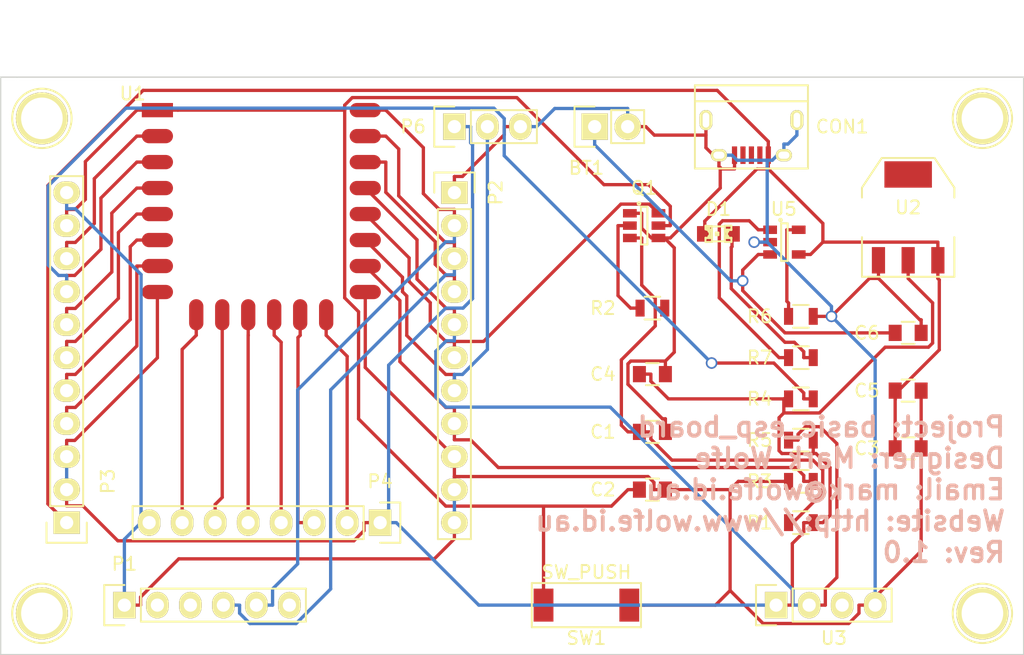
<source format=kicad_pcb>
(kicad_pcb (version 4) (host pcbnew "(2015-03-05 BZR 5481)-product")

  (general
    (links 84)
    (no_connects 0)
    (area 17.729999 14.129799 96.570001 65.418)
    (thickness 1.6)
    (drawings 6)
    (tracks 419)
    (zones 0)
    (modules 31)
    (nets 37)
  )

  (page A4)
  (layers
    (0 F.Cu signal)
    (31 B.Cu signal)
    (32 B.Adhes user)
    (33 F.Adhes user)
    (34 B.Paste user)
    (35 F.Paste user)
    (36 B.SilkS user)
    (37 F.SilkS user)
    (38 B.Mask user)
    (39 F.Mask user)
    (40 Dwgs.User user)
    (41 Cmts.User user)
    (42 Eco1.User user)
    (43 Eco2.User user)
    (44 Edge.Cuts user)
    (45 Margin user)
    (46 B.CrtYd user)
    (47 F.CrtYd user)
    (48 B.Fab user)
    (49 F.Fab user)
  )

  (setup
    (last_trace_width 0.254)
    (trace_clearance 0.254)
    (zone_clearance 0.508)
    (zone_45_only no)
    (trace_min 0.254)
    (segment_width 0.2)
    (edge_width 0.1)
    (via_size 0.889)
    (via_drill 0.635)
    (via_min_size 0.889)
    (via_min_drill 0.508)
    (uvia_size 0.508)
    (uvia_drill 0.127)
    (uvias_allowed no)
    (uvia_min_size 0.508)
    (uvia_min_drill 0.127)
    (pcb_text_width 0.3)
    (pcb_text_size 1.5 1.5)
    (mod_edge_width 0.15)
    (mod_text_size 1 1)
    (mod_text_width 0.15)
    (pad_size 4 4)
    (pad_drill 3.2)
    (pad_to_mask_clearance 0)
    (aux_axis_origin 0 0)
    (grid_origin 20.32 22.225)
    (visible_elements FFFFFF7F)
    (pcbplotparams
      (layerselection 0x010f0_80000001)
      (usegerberextensions false)
      (excludeedgelayer true)
      (linewidth 0.100000)
      (plotframeref false)
      (viasonmask false)
      (mode 1)
      (useauxorigin false)
      (hpglpennumber 1)
      (hpglpenspeed 20)
      (hpglpendiameter 15)
      (hpglpenoverlay 2)
      (psnegative false)
      (psa4output false)
      (plotreference true)
      (plotvalue true)
      (plotinvisibletext false)
      (padsonsilk false)
      (subtractmaskfromsilk false)
      (outputformat 1)
      (mirror false)
      (drillshape 0)
      (scaleselection 1)
      (outputdirectory manufacture/1.0/))
  )

  (net 0 "")
  (net 1 "Net-(C1-Pad1)")
  (net 2 GND)
  (net 3 /RESET)
  (net 4 +5V)
  (net 5 +3V3)
  (net 6 "Net-(D1-Pad2)")
  (net 7 "Net-(P1-Pad2)")
  (net 8 "Net-(P1-Pad3)")
  (net 9 "Net-(P1-Pad4)")
  (net 10 "Net-(P1-Pad5)")
  (net 11 "Net-(P1-Pad6)")
  (net 12 "Net-(P2-Pad4)")
  (net 13 "Net-(P2-Pad5)")
  (net 14 /GPIO0)
  (net 15 "Net-(P2-Pad7)")
  (net 16 "Net-(P2-Pad8)")
  (net 17 "Net-(P3-Pad4)")
  (net 18 "Net-(P3-Pad5)")
  (net 19 "Net-(P3-Pad6)")
  (net 20 "Net-(P3-Pad7)")
  (net 21 "Net-(P3-Pad8)")
  (net 22 "Net-(P3-Pad9)")
  (net 23 "Net-(P4-Pad2)")
  (net 24 "Net-(P4-Pad3)")
  (net 25 "Net-(P4-Pad4)")
  (net 26 "Net-(P4-Pad5)")
  (net 27 "Net-(P4-Pad6)")
  (net 28 "Net-(P4-Pad7)")
  (net 29 "Net-(Q1-Pad2)")
  (net 30 "Net-(R6-Pad1)")
  (net 31 "Net-(R7-Pad1)")
  (net 32 "Net-(U3-Pad3)")
  (net 33 "Net-(CON1-Pad2)")
  (net 34 "Net-(CON1-Pad3)")
  (net 35 "Net-(CON1-Pad4)")
  (net 36 "Net-(BT1-Pad1)")

  (net_class Default "This is the default net class."
    (clearance 0.254)
    (trace_width 0.254)
    (via_dia 0.889)
    (via_drill 0.635)
    (uvia_dia 0.508)
    (uvia_drill 0.127)
    (add_net +3V3)
    (add_net +5V)
    (add_net /GPIO0)
    (add_net /RESET)
    (add_net GND)
    (add_net "Net-(BT1-Pad1)")
    (add_net "Net-(C1-Pad1)")
    (add_net "Net-(CON1-Pad2)")
    (add_net "Net-(CON1-Pad3)")
    (add_net "Net-(CON1-Pad4)")
    (add_net "Net-(D1-Pad2)")
    (add_net "Net-(P1-Pad2)")
    (add_net "Net-(P1-Pad3)")
    (add_net "Net-(P1-Pad4)")
    (add_net "Net-(P1-Pad5)")
    (add_net "Net-(P1-Pad6)")
    (add_net "Net-(P2-Pad4)")
    (add_net "Net-(P2-Pad5)")
    (add_net "Net-(P2-Pad7)")
    (add_net "Net-(P2-Pad8)")
    (add_net "Net-(P3-Pad4)")
    (add_net "Net-(P3-Pad5)")
    (add_net "Net-(P3-Pad6)")
    (add_net "Net-(P3-Pad7)")
    (add_net "Net-(P3-Pad8)")
    (add_net "Net-(P3-Pad9)")
    (add_net "Net-(P4-Pad2)")
    (add_net "Net-(P4-Pad3)")
    (add_net "Net-(P4-Pad4)")
    (add_net "Net-(P4-Pad5)")
    (add_net "Net-(P4-Pad6)")
    (add_net "Net-(P4-Pad7)")
    (add_net "Net-(Q1-Pad2)")
    (add_net "Net-(R6-Pad1)")
    (add_net "Net-(R7-Pad1)")
    (add_net "Net-(U3-Pad3)")
  )

  (module Socket_Strips:Socket_Strip_Straight_1x11 (layer F.Cu) (tedit 55A21B70) (tstamp 55A1CDF0)
    (at 52.705 29.21 270)
    (descr "Through hole socket strip")
    (tags "socket strip")
    (path /559C83C8)
    (fp_text reference P2 (at 0 -3.175 270) (layer F.SilkS)
      (effects (font (size 1 1) (thickness 0.15)))
    )
    (fp_text value HEADER_1 (at 5.715 -3.175 270) (layer F.Fab)
      (effects (font (size 1 1) (thickness 0.15)))
    )
    (fp_line (start -1.75 -1.75) (end -1.75 1.75) (layer F.CrtYd) (width 0.05))
    (fp_line (start 27.15 -1.75) (end 27.15 1.75) (layer F.CrtYd) (width 0.05))
    (fp_line (start -1.75 -1.75) (end 27.15 -1.75) (layer F.CrtYd) (width 0.05))
    (fp_line (start -1.75 1.75) (end 27.15 1.75) (layer F.CrtYd) (width 0.05))
    (fp_line (start 1.27 1.27) (end 26.67 1.27) (layer F.SilkS) (width 0.15))
    (fp_line (start 26.67 1.27) (end 26.67 -1.27) (layer F.SilkS) (width 0.15))
    (fp_line (start 26.67 -1.27) (end 1.27 -1.27) (layer F.SilkS) (width 0.15))
    (fp_line (start -1.55 1.55) (end 0 1.55) (layer F.SilkS) (width 0.15))
    (fp_line (start 1.27 1.27) (end 1.27 -1.27) (layer F.SilkS) (width 0.15))
    (fp_line (start 0 -1.55) (end -1.55 -1.55) (layer F.SilkS) (width 0.15))
    (fp_line (start -1.55 -1.55) (end -1.55 1.55) (layer F.SilkS) (width 0.15))
    (pad 1 thru_hole rect (at 0 0 270) (size 1.7272 2.032) (drill 1.016) (layers *.Cu *.Mask F.SilkS)
      (net 2 GND))
    (pad 2 thru_hole oval (at 2.54 0 270) (size 1.7272 2.032) (drill 1.016) (layers *.Cu *.Mask F.SilkS)
      (net 10 "Net-(P1-Pad5)"))
    (pad 3 thru_hole oval (at 5.08 0 270) (size 1.7272 2.032) (drill 1.016) (layers *.Cu *.Mask F.SilkS)
      (net 9 "Net-(P1-Pad4)"))
    (pad 4 thru_hole oval (at 7.62 0 270) (size 1.7272 2.032) (drill 1.016) (layers *.Cu *.Mask F.SilkS)
      (net 12 "Net-(P2-Pad4)"))
    (pad 5 thru_hole oval (at 10.16 0 270) (size 1.7272 2.032) (drill 1.016) (layers *.Cu *.Mask F.SilkS)
      (net 13 "Net-(P2-Pad5)"))
    (pad 6 thru_hole oval (at 12.7 0 270) (size 1.7272 2.032) (drill 1.016) (layers *.Cu *.Mask F.SilkS)
      (net 14 /GPIO0))
    (pad 7 thru_hole oval (at 15.24 0 270) (size 1.7272 2.032) (drill 1.016) (layers *.Cu *.Mask F.SilkS)
      (net 15 "Net-(P2-Pad7)"))
    (pad 8 thru_hole oval (at 17.78 0 270) (size 1.7272 2.032) (drill 1.016) (layers *.Cu *.Mask F.SilkS)
      (net 16 "Net-(P2-Pad8)"))
    (pad 9 thru_hole oval (at 20.32 0 270) (size 1.7272 2.032) (drill 1.016) (layers *.Cu *.Mask F.SilkS)
      (net 2 GND))
    (pad 10 thru_hole oval (at 22.86 0 270) (size 1.7272 2.032) (drill 1.016) (layers *.Cu *.Mask F.SilkS)
      (net 2 GND))
    (pad 11 thru_hole oval (at 25.4 0 270) (size 1.7272 2.032) (drill 1.016) (layers *.Cu *.Mask F.SilkS)
      (net 2 GND))
    (model Socket_Strips.3dshapes/Socket_Strip_Straight_1x11.wrl
      (at (xyz 0.5 0 0))
      (scale (xyz 1 1 1))
      (rotate (xyz 0 0 180))
    )
  )

  (module Socket_Strips:Socket_Strip_Straight_1x11 (layer F.Cu) (tedit 55A1CC7D) (tstamp 55A0FDA0)
    (at 22.86 54.61 90)
    (descr "Through hole socket strip")
    (tags "socket strip")
    (path /559C85BB)
    (fp_text reference P3 (at 3.175 3.175 90) (layer F.SilkS)
      (effects (font (size 1 1) (thickness 0.15)))
    )
    (fp_text value HEADER_2 (at 9.525 3.175 90) (layer F.Fab)
      (effects (font (size 1 1) (thickness 0.15)))
    )
    (fp_line (start -1.75 -1.75) (end -1.75 1.75) (layer F.CrtYd) (width 0.05))
    (fp_line (start 27.15 -1.75) (end 27.15 1.75) (layer F.CrtYd) (width 0.05))
    (fp_line (start -1.75 -1.75) (end 27.15 -1.75) (layer F.CrtYd) (width 0.05))
    (fp_line (start -1.75 1.75) (end 27.15 1.75) (layer F.CrtYd) (width 0.05))
    (fp_line (start 1.27 1.27) (end 26.67 1.27) (layer F.SilkS) (width 0.15))
    (fp_line (start 26.67 1.27) (end 26.67 -1.27) (layer F.SilkS) (width 0.15))
    (fp_line (start 26.67 -1.27) (end 1.27 -1.27) (layer F.SilkS) (width 0.15))
    (fp_line (start -1.55 1.55) (end 0 1.55) (layer F.SilkS) (width 0.15))
    (fp_line (start 1.27 1.27) (end 1.27 -1.27) (layer F.SilkS) (width 0.15))
    (fp_line (start 0 -1.55) (end -1.55 -1.55) (layer F.SilkS) (width 0.15))
    (fp_line (start -1.55 -1.55) (end -1.55 1.55) (layer F.SilkS) (width 0.15))
    (pad 1 thru_hole rect (at 0 0 90) (size 1.7272 2.032) (drill 1.016) (layers *.Cu *.Mask F.SilkS)
      (net 4 +5V))
    (pad 2 thru_hole oval (at 2.54 0 90) (size 1.7272 2.032) (drill 1.016) (layers *.Cu *.Mask F.SilkS)
      (net 5 +3V3))
    (pad 3 thru_hole oval (at 5.08 0 90) (size 1.7272 2.032) (drill 1.016) (layers *.Cu *.Mask F.SilkS)
      (net 5 +3V3))
    (pad 4 thru_hole oval (at 7.62 0 90) (size 1.7272 2.032) (drill 1.016) (layers *.Cu *.Mask F.SilkS)
      (net 17 "Net-(P3-Pad4)"))
    (pad 5 thru_hole oval (at 10.16 0 90) (size 1.7272 2.032) (drill 1.016) (layers *.Cu *.Mask F.SilkS)
      (net 18 "Net-(P3-Pad5)"))
    (pad 6 thru_hole oval (at 12.7 0 90) (size 1.7272 2.032) (drill 1.016) (layers *.Cu *.Mask F.SilkS)
      (net 19 "Net-(P3-Pad6)"))
    (pad 7 thru_hole oval (at 15.24 0 90) (size 1.7272 2.032) (drill 1.016) (layers *.Cu *.Mask F.SilkS)
      (net 20 "Net-(P3-Pad7)"))
    (pad 8 thru_hole oval (at 17.78 0 90) (size 1.7272 2.032) (drill 1.016) (layers *.Cu *.Mask F.SilkS)
      (net 21 "Net-(P3-Pad8)"))
    (pad 9 thru_hole oval (at 20.32 0 90) (size 1.7272 2.032) (drill 1.016) (layers *.Cu *.Mask F.SilkS)
      (net 22 "Net-(P3-Pad9)"))
    (pad 10 thru_hole oval (at 22.86 0 90) (size 1.7272 2.032) (drill 1.016) (layers *.Cu *.Mask F.SilkS)
      (net 3 /RESET))
    (pad 11 thru_hole oval (at 25.4 0 90) (size 1.7272 2.032) (drill 1.016) (layers *.Cu *.Mask F.SilkS)
      (net 2 GND))
    (model Socket_Strips.3dshapes/Socket_Strip_Straight_1x11.wrl
      (at (xyz 0.5 0 0))
      (scale (xyz 1 1 1))
      (rotate (xyz 0 0 180))
    )
  )

  (module Socket_Strips:Socket_Strip_Straight_1x08 (layer F.Cu) (tedit 55A2FFC2) (tstamp 55A0FDB7)
    (at 46.99 54.61 180)
    (descr "Through hole socket strip")
    (tags "socket strip")
    (path /559C9D15)
    (fp_text reference P4 (at 0 3.175 180) (layer F.SilkS)
      (effects (font (size 1 1) (thickness 0.15)))
    )
    (fp_text value HEADER_3 (at 6.35 3.175 180) (layer F.Fab)
      (effects (font (size 1 1) (thickness 0.15)))
    )
    (fp_line (start -1.75 -1.75) (end -1.75 1.75) (layer F.CrtYd) (width 0.05))
    (fp_line (start 19.55 -1.75) (end 19.55 1.75) (layer F.CrtYd) (width 0.05))
    (fp_line (start -1.75 -1.75) (end 19.55 -1.75) (layer F.CrtYd) (width 0.05))
    (fp_line (start -1.75 1.75) (end 19.55 1.75) (layer F.CrtYd) (width 0.05))
    (fp_line (start 1.27 1.27) (end 19.05 1.27) (layer F.SilkS) (width 0.15))
    (fp_line (start 19.05 1.27) (end 19.05 -1.27) (layer F.SilkS) (width 0.15))
    (fp_line (start 19.05 -1.27) (end 1.27 -1.27) (layer F.SilkS) (width 0.15))
    (fp_line (start -1.55 1.55) (end 0 1.55) (layer F.SilkS) (width 0.15))
    (fp_line (start 1.27 1.27) (end 1.27 -1.27) (layer F.SilkS) (width 0.15))
    (fp_line (start 0 -1.55) (end -1.55 -1.55) (layer F.SilkS) (width 0.15))
    (fp_line (start -1.55 -1.55) (end -1.55 1.55) (layer F.SilkS) (width 0.15))
    (pad 1 thru_hole rect (at 0 0 180) (size 1.7272 2.032) (drill 1.016) (layers *.Cu *.Mask F.SilkS)
      (net 5 +3V3))
    (pad 2 thru_hole oval (at 2.54 0 180) (size 1.7272 2.032) (drill 1.016) (layers *.Cu *.Mask F.SilkS)
      (net 23 "Net-(P4-Pad2)"))
    (pad 3 thru_hole oval (at 5.08 0 180) (size 1.7272 2.032) (drill 1.016) (layers *.Cu *.Mask F.SilkS)
      (net 24 "Net-(P4-Pad3)"))
    (pad 4 thru_hole oval (at 7.62 0 180) (size 1.7272 2.032) (drill 1.016) (layers *.Cu *.Mask F.SilkS)
      (net 25 "Net-(P4-Pad4)"))
    (pad 5 thru_hole oval (at 10.16 0 180) (size 1.7272 2.032) (drill 1.016) (layers *.Cu *.Mask F.SilkS)
      (net 26 "Net-(P4-Pad5)"))
    (pad 6 thru_hole oval (at 12.7 0 180) (size 1.7272 2.032) (drill 1.016) (layers *.Cu *.Mask F.SilkS)
      (net 27 "Net-(P4-Pad6)"))
    (pad 7 thru_hole oval (at 15.24 0 180) (size 1.7272 2.032) (drill 1.016) (layers *.Cu *.Mask F.SilkS)
      (net 28 "Net-(P4-Pad7)"))
    (pad 8 thru_hole oval (at 17.78 0 180) (size 1.7272 2.032) (drill 1.016) (layers *.Cu *.Mask F.SilkS)
      (net 2 GND))
    (model Socket_Strips.3dshapes/Socket_Strip_Straight_1x08.wrl
      (at (xyz 0.35 0 0))
      (scale (xyz 1 1 1))
      (rotate (xyz 0 0 180))
    )
  )

  (module Pin_Headers:Pin_Header_Straight_1x03 (layer F.Cu) (tedit 55A2FF7C) (tstamp 55A0FDC9)
    (at 52.705 24.13 90)
    (descr "Through hole pin header")
    (tags "pin header")
    (path /559CBCA0)
    (fp_text reference P6 (at 0 -3.175 180) (layer F.SilkS)
      (effects (font (size 1 1) (thickness 0.15)))
    )
    (fp_text value WS2812 (at 2.54 1.27 180) (layer F.Fab)
      (effects (font (size 1 1) (thickness 0.15)))
    )
    (fp_line (start -1.75 -1.75) (end -1.75 6.85) (layer F.CrtYd) (width 0.05))
    (fp_line (start 1.75 -1.75) (end 1.75 6.85) (layer F.CrtYd) (width 0.05))
    (fp_line (start -1.75 -1.75) (end 1.75 -1.75) (layer F.CrtYd) (width 0.05))
    (fp_line (start -1.75 6.85) (end 1.75 6.85) (layer F.CrtYd) (width 0.05))
    (fp_line (start -1.27 1.27) (end -1.27 6.35) (layer F.SilkS) (width 0.15))
    (fp_line (start -1.27 6.35) (end 1.27 6.35) (layer F.SilkS) (width 0.15))
    (fp_line (start 1.27 6.35) (end 1.27 1.27) (layer F.SilkS) (width 0.15))
    (fp_line (start 1.55 -1.55) (end 1.55 0) (layer F.SilkS) (width 0.15))
    (fp_line (start 1.27 1.27) (end -1.27 1.27) (layer F.SilkS) (width 0.15))
    (fp_line (start -1.55 0) (end -1.55 -1.55) (layer F.SilkS) (width 0.15))
    (fp_line (start -1.55 -1.55) (end 1.55 -1.55) (layer F.SilkS) (width 0.15))
    (pad 1 thru_hole rect (at 0 0 90) (size 2.032 1.7272) (drill 1.016) (layers *.Cu *.Mask F.SilkS)
      (net 5 +3V3))
    (pad 2 thru_hole oval (at 0 2.54 90) (size 2.032 1.7272) (drill 1.016) (layers *.Cu *.Mask F.SilkS)
      (net 15 "Net-(P2-Pad7)"))
    (pad 3 thru_hole oval (at 0 5.08 90) (size 2.032 1.7272) (drill 1.016) (layers *.Cu *.Mask F.SilkS)
      (net 2 GND))
    (model Pin_Headers.3dshapes/Pin_Header_Straight_1x03.wrl
      (at (xyz 0 -0.1 0))
      (scale (xyz 1 1 1))
      (rotate (xyz 0 0 90))
    )
  )

  (module Housings_SOT-23_SOT-143_TSOT-6:SOT-23-6 (layer F.Cu) (tedit 53DE8DE3) (tstamp 55A0FDD8)
    (at 67.31 31.75)
    (descr "6-pin SOT-23 package")
    (tags SOT-23-6)
    (path /559CFFF3)
    (attr smd)
    (fp_text reference Q1 (at 0 -2.9) (layer F.SilkS)
      (effects (font (size 1 1) (thickness 0.15)))
    )
    (fp_text value BSS138DW (at 0 2.9) (layer F.Fab)
      (effects (font (size 1 1) (thickness 0.15)))
    )
    (fp_circle (center -0.4 -1.7) (end -0.3 -1.7) (layer F.SilkS) (width 0.15))
    (fp_line (start 0.25 -1.45) (end -0.25 -1.45) (layer F.SilkS) (width 0.15))
    (fp_line (start 0.25 1.45) (end 0.25 -1.45) (layer F.SilkS) (width 0.15))
    (fp_line (start -0.25 1.45) (end 0.25 1.45) (layer F.SilkS) (width 0.15))
    (fp_line (start -0.25 -1.45) (end -0.25 1.45) (layer F.SilkS) (width 0.15))
    (pad 1 smd rect (at -1.1 -0.95) (size 1.06 0.65) (layers F.Cu F.Paste F.Mask)
      (net 2 GND))
    (pad 2 smd rect (at -1.1 0) (size 1.06 0.65) (layers F.Cu F.Paste F.Mask)
      (net 29 "Net-(Q1-Pad2)"))
    (pad 3 smd rect (at -1.1 0.95) (size 1.06 0.65) (layers F.Cu F.Paste F.Mask)
      (net 1 "Net-(C1-Pad1)"))
    (pad 4 smd rect (at 1.1 0.95) (size 1.06 0.65) (layers F.Cu F.Paste F.Mask)
      (net 2 GND))
    (pad 6 smd rect (at 1.1 -0.95) (size 1.06 0.65) (layers F.Cu F.Paste F.Mask)
      (net 14 /GPIO0))
    (pad 5 smd rect (at 1.1 0) (size 1.06 0.65) (layers F.Cu F.Paste F.Mask)
      (net 3 /RESET))
    (model Housings_SOT-23_SOT-143_TSOT-6.3dshapes/SOT-23-6.wrl
      (at (xyz 0 0 0))
      (scale (xyz 1 1 1))
      (rotate (xyz 0 0 0))
    )
  )

  (module ESP8266:ESP-12E (layer F.Cu) (tedit 55A2ECCB) (tstamp 55A0FE67)
    (at 29.845 22.86)
    (descr "Module, ESP-8266, ESP-12, 16 pad, SMD")
    (tags "Module ESP-8266 ESP8266")
    (path /559C6487)
    (fp_text reference U1 (at -1.905 -1.27) (layer F.SilkS)
      (effects (font (size 1 1) (thickness 0.15)))
    )
    (fp_text value ESP-12E (at 8 1) (layer F.Fab)
      (effects (font (size 1 1) (thickness 0.15)))
    )
    (fp_line (start 16 -8.4) (end 0 -2.6) (layer F.CrtYd) (width 0.1524))
    (fp_line (start 0 -8.4) (end 16 -2.6) (layer F.CrtYd) (width 0.1524))
    (fp_text user "No Copper" (at 7.9 -5.4) (layer F.CrtYd)
      (effects (font (size 1 1) (thickness 0.15)))
    )
    (fp_line (start 0 -8.4) (end 0 -2.6) (layer F.CrtYd) (width 0.1524))
    (fp_line (start 0 -2.6) (end 16 -2.6) (layer F.CrtYd) (width 0.1524))
    (fp_line (start 16 -2.6) (end 16 -8.4) (layer F.CrtYd) (width 0.1524))
    (fp_line (start 16 -8.4) (end 0 -8.4) (layer F.CrtYd) (width 0.1524))
    (fp_line (start 16 -8.4) (end 16 15.6) (layer F.Fab) (width 0.1524))
    (fp_line (start 16 15.6) (end 0 15.6) (layer F.Fab) (width 0.1524))
    (fp_line (start 0 15.6) (end 0 -8.4) (layer F.Fab) (width 0.1524))
    (fp_line (start 0 -8.4) (end 16 -8.4) (layer F.Fab) (width 0.1524))
    (pad 9 smd oval (at 2.99 15.75 90) (size 2.4 1.1) (layers F.Cu F.Paste F.Mask)
      (net 28 "Net-(P4-Pad7)"))
    (pad 10 smd oval (at 4.99 15.75 90) (size 2.4 1.1) (layers F.Cu F.Paste F.Mask)
      (net 27 "Net-(P4-Pad6)"))
    (pad 11 smd oval (at 6.99 15.75 90) (size 2.4 1.1) (layers F.Cu F.Paste F.Mask)
      (net 26 "Net-(P4-Pad5)"))
    (pad 12 smd oval (at 8.99 15.75 90) (size 2.4 1.1) (layers F.Cu F.Paste F.Mask)
      (net 25 "Net-(P4-Pad4)"))
    (pad 13 smd oval (at 10.99 15.75 90) (size 2.4 1.1) (layers F.Cu F.Paste F.Mask)
      (net 24 "Net-(P4-Pad3)"))
    (pad 14 smd oval (at 12.99 15.75 90) (size 2.4 1.1) (layers F.Cu F.Paste F.Mask)
      (net 23 "Net-(P4-Pad2)"))
    (pad 1 smd rect (at 0 0) (size 2.4 1.1) (layers F.Cu F.Paste F.Mask)
      (net 3 /RESET))
    (pad 2 smd oval (at 0 2) (size 2.4 1.1) (layers F.Cu F.Paste F.Mask)
      (net 22 "Net-(P3-Pad9)"))
    (pad 3 smd oval (at 0 4) (size 2.4 1.1) (layers F.Cu F.Paste F.Mask)
      (net 21 "Net-(P3-Pad8)"))
    (pad 4 smd oval (at 0 6) (size 2.4 1.1) (layers F.Cu F.Paste F.Mask)
      (net 20 "Net-(P3-Pad7)"))
    (pad 5 smd oval (at 0 8) (size 2.4 1.1) (layers F.Cu F.Paste F.Mask)
      (net 19 "Net-(P3-Pad6)"))
    (pad 6 smd oval (at 0 10) (size 2.4 1.1) (layers F.Cu F.Paste F.Mask)
      (net 18 "Net-(P3-Pad5)"))
    (pad 7 smd oval (at 0 12) (size 2.4 1.1) (layers F.Cu F.Paste F.Mask)
      (net 17 "Net-(P3-Pad4)"))
    (pad 8 smd oval (at 0 14) (size 2.4 1.1) (layers F.Cu F.Paste F.Mask)
      (net 5 +3V3))
    (pad 15 smd oval (at 16 14) (size 2.4 1.1) (layers F.Cu F.Paste F.Mask)
      (net 2 GND))
    (pad 16 smd oval (at 16 12) (size 2.4 1.1) (layers F.Cu F.Paste F.Mask)
      (net 16 "Net-(P2-Pad8)"))
    (pad 17 smd oval (at 16 10) (size 2.4 1.1) (layers F.Cu F.Paste F.Mask)
      (net 15 "Net-(P2-Pad7)"))
    (pad 18 smd oval (at 16 8) (size 2.4 1.1) (layers F.Cu F.Paste F.Mask)
      (net 14 /GPIO0))
    (pad 19 smd oval (at 16 6) (size 2.4 1.1) (layers F.Cu F.Paste F.Mask)
      (net 13 "Net-(P2-Pad5)"))
    (pad 20 smd oval (at 16 4) (size 2.4 1.1) (layers F.Cu F.Paste F.Mask)
      (net 12 "Net-(P2-Pad4)"))
    (pad 21 smd oval (at 16 2) (size 2.4 1.1) (layers F.Cu F.Paste F.Mask)
      (net 9 "Net-(P1-Pad4)"))
    (pad 22 smd oval (at 16 0) (size 2.4 1.1) (layers F.Cu F.Paste F.Mask)
      (net 10 "Net-(P1-Pad5)"))
  )

  (module SMD_Packages:SOT-223 (layer F.Cu) (tedit 55A0F441) (tstamp 55A1CCAB)
    (at 87.63 31.115)
    (descr "module CMS SOT223 4 pins")
    (tags "CMS SOT")
    (path /559CA9F0)
    (attr smd)
    (fp_text reference U2 (at 0 -0.762) (layer F.SilkS)
      (effects (font (size 1 1) (thickness 0.15)))
    )
    (fp_text value LD1117S33TR (at 0 0.762) (layer F.Fab)
      (effects (font (size 1 1) (thickness 0.15)))
    )
    (fp_line (start -3.556 1.524) (end -3.556 4.572) (layer F.SilkS) (width 0.15))
    (fp_line (start -3.556 4.572) (end 3.556 4.572) (layer F.SilkS) (width 0.15))
    (fp_line (start 3.556 4.572) (end 3.556 1.524) (layer F.SilkS) (width 0.15))
    (fp_line (start -3.556 -1.524) (end -3.556 -2.286) (layer F.SilkS) (width 0.15))
    (fp_line (start -3.556 -2.286) (end -2.032 -4.572) (layer F.SilkS) (width 0.15))
    (fp_line (start -2.032 -4.572) (end 2.032 -4.572) (layer F.SilkS) (width 0.15))
    (fp_line (start 2.032 -4.572) (end 3.556 -2.286) (layer F.SilkS) (width 0.15))
    (fp_line (start 3.556 -2.286) (end 3.556 -1.524) (layer F.SilkS) (width 0.15))
    (pad 4 smd rect (at 0 -3.302) (size 3.6576 2.032) (layers F.Cu F.Paste F.Mask))
    (pad 2 smd rect (at 0 3.302) (size 1.016 2.032) (layers F.Cu F.Paste F.Mask)
      (net 5 +3V3))
    (pad 3 smd rect (at 2.286 3.302) (size 1.016 2.032) (layers F.Cu F.Paste F.Mask)
      (net 4 +5V))
    (pad 1 smd rect (at -2.286 3.302) (size 1.016 2.032) (layers F.Cu F.Paste F.Mask)
      (net 2 GND))
    (model SMD_Packages.3dshapes/SOT-223.wrl
      (at (xyz 0 0 0))
      (scale (xyz 0.4 0.4 0.4))
      (rotate (xyz 0 0 0))
    )
  )

  (module Pin_Headers:Pin_Header_Straight_1x04 (layer F.Cu) (tedit 55A2D088) (tstamp 55A0FE8A)
    (at 77.47 60.96 90)
    (descr "Through hole pin header")
    (tags "pin header")
    (path /559CAA65)
    (fp_text reference U3 (at -2.54 4.445 180) (layer F.SilkS)
      (effects (font (size 1 1) (thickness 0.15)))
    )
    (fp_text value AM2302 (at 3.175 1.27 180) (layer F.Fab)
      (effects (font (size 1 1) (thickness 0.15)))
    )
    (fp_line (start -1.75 -1.75) (end -1.75 9.4) (layer F.CrtYd) (width 0.05))
    (fp_line (start 1.75 -1.75) (end 1.75 9.4) (layer F.CrtYd) (width 0.05))
    (fp_line (start -1.75 -1.75) (end 1.75 -1.75) (layer F.CrtYd) (width 0.05))
    (fp_line (start -1.75 9.4) (end 1.75 9.4) (layer F.CrtYd) (width 0.05))
    (fp_line (start -1.27 1.27) (end -1.27 8.89) (layer F.SilkS) (width 0.15))
    (fp_line (start 1.27 1.27) (end 1.27 8.89) (layer F.SilkS) (width 0.15))
    (fp_line (start 1.55 -1.55) (end 1.55 0) (layer F.SilkS) (width 0.15))
    (fp_line (start -1.27 8.89) (end 1.27 8.89) (layer F.SilkS) (width 0.15))
    (fp_line (start 1.27 1.27) (end -1.27 1.27) (layer F.SilkS) (width 0.15))
    (fp_line (start -1.55 0) (end -1.55 -1.55) (layer F.SilkS) (width 0.15))
    (fp_line (start -1.55 -1.55) (end 1.55 -1.55) (layer F.SilkS) (width 0.15))
    (pad 1 thru_hole rect (at 0 0 90) (size 2.032 1.7272) (drill 1.016) (layers *.Cu *.Mask F.SilkS)
      (net 5 +3V3))
    (pad 2 thru_hole oval (at 0 2.54 90) (size 2.032 1.7272) (drill 1.016) (layers *.Cu *.Mask F.SilkS)
      (net 13 "Net-(P2-Pad5)"))
    (pad 3 thru_hole oval (at 0 5.08 90) (size 2.032 1.7272) (drill 1.016) (layers *.Cu *.Mask F.SilkS)
      (net 32 "Net-(U3-Pad3)"))
    (pad 4 thru_hole oval (at 0 7.62 90) (size 2.032 1.7272) (drill 1.016) (layers *.Cu *.Mask F.SilkS)
      (net 2 GND))
    (model Pin_Headers.3dshapes/Pin_Header_Straight_1x04.wrl
      (at (xyz 0 -0.15 0))
      (scale (xyz 1 1 1))
      (rotate (xyz 0 0 90))
    )
  )

  (module Housings_SOT-23_SOT-143_TSOT-6:SOT-23-5 (layer F.Cu) (tedit 55360473) (tstamp 55A0FE9C)
    (at 78.105 33.02)
    (descr "5-pin SOT23 package")
    (tags SOT-23-5)
    (path /559CFDF1)
    (attr smd)
    (fp_text reference U5 (at -0.05 -2.55) (layer F.SilkS)
      (effects (font (size 1 1) (thickness 0.15)))
    )
    (fp_text value MCP73831 (at -0.05 2.35) (layer F.Fab)
      (effects (font (size 1 1) (thickness 0.15)))
    )
    (fp_line (start -1.8 -1.6) (end 1.8 -1.6) (layer F.CrtYd) (width 0.05))
    (fp_line (start 1.8 -1.6) (end 1.8 1.6) (layer F.CrtYd) (width 0.05))
    (fp_line (start 1.8 1.6) (end -1.8 1.6) (layer F.CrtYd) (width 0.05))
    (fp_line (start -1.8 1.6) (end -1.8 -1.6) (layer F.CrtYd) (width 0.05))
    (fp_circle (center -0.3 -1.7) (end -0.2 -1.7) (layer F.SilkS) (width 0.15))
    (fp_line (start 0.25 -1.45) (end -0.25 -1.45) (layer F.SilkS) (width 0.15))
    (fp_line (start 0.25 1.45) (end 0.25 -1.45) (layer F.SilkS) (width 0.15))
    (fp_line (start -0.25 1.45) (end 0.25 1.45) (layer F.SilkS) (width 0.15))
    (fp_line (start -0.25 -1.45) (end -0.25 1.45) (layer F.SilkS) (width 0.15))
    (pad 1 smd rect (at -1.1 -0.95) (size 1.06 0.65) (layers F.Cu F.Paste F.Mask)
      (net 31 "Net-(R7-Pad1)"))
    (pad 2 smd rect (at -1.1 0) (size 1.06 0.65) (layers F.Cu F.Paste F.Mask)
      (net 2 GND))
    (pad 3 smd rect (at -1.1 0.95) (size 1.06 0.65) (layers F.Cu F.Paste F.Mask)
      (net 36 "Net-(BT1-Pad1)"))
    (pad 4 smd rect (at 1.1 0.95) (size 1.06 0.65) (layers F.Cu F.Paste F.Mask)
      (net 4 +5V))
    (pad 5 smd rect (at 1.1 -0.95) (size 1.06 0.65) (layers F.Cu F.Paste F.Mask)
      (net 30 "Net-(R6-Pad1)"))
    (model Housings_SOT-23_SOT-143_TSOT-6.3dshapes/SOT-23-5.wrl
      (at (xyz 0 0 0))
      (scale (xyz 0.11 0.11 0.11))
      (rotate (xyz 0 0 90))
    )
  )

  (module Connect:USB_Micro-B (layer F.Cu) (tedit 55A2CCFA) (tstamp 55A1CBB5)
    (at 75.565 24.765 180)
    (descr "Micro USB Type B Receptacle")
    (tags "USB USB_B USB_micro USB_OTG")
    (path /55A1C8BD)
    (attr smd)
    (fp_text reference CON1 (at -6.985 0.635 180) (layer F.SilkS)
      (effects (font (size 1 1) (thickness 0.15)))
    )
    (fp_text value USB-MICRO-B (at -0.635 -3.81 180) (layer F.Fab)
      (effects (font (size 1 1) (thickness 0.15)))
    )
    (fp_line (start -4.6 -2.8) (end 4.6 -2.8) (layer F.CrtYd) (width 0.05))
    (fp_line (start 4.6 -2.8) (end 4.6 4.05) (layer F.CrtYd) (width 0.05))
    (fp_line (start 4.6 4.05) (end -4.6 4.05) (layer F.CrtYd) (width 0.05))
    (fp_line (start -4.6 4.05) (end -4.6 -2.8) (layer F.CrtYd) (width 0.05))
    (fp_line (start -4.3509 3.81746) (end 4.3491 3.81746) (layer F.SilkS) (width 0.15))
    (fp_line (start -4.3509 -2.58754) (end 4.3491 -2.58754) (layer F.SilkS) (width 0.15))
    (fp_line (start 4.3491 -2.58754) (end 4.3491 3.81746) (layer F.SilkS) (width 0.15))
    (fp_line (start 4.3491 2.58746) (end -4.3509 2.58746) (layer F.SilkS) (width 0.15))
    (fp_line (start -4.3509 3.81746) (end -4.3509 -2.58754) (layer F.SilkS) (width 0.15))
    (pad 1 smd rect (at -1.3009 -1.56254 270) (size 1.35 0.4) (layers F.Cu F.Paste F.Mask)
      (net 4 +5V))
    (pad 2 smd rect (at -0.6509 -1.56254 270) (size 1.35 0.4) (layers F.Cu F.Paste F.Mask)
      (net 33 "Net-(CON1-Pad2)"))
    (pad 3 smd rect (at -0.0009 -1.56254 270) (size 1.35 0.4) (layers F.Cu F.Paste F.Mask)
      (net 34 "Net-(CON1-Pad3)"))
    (pad 4 smd rect (at 0.6491 -1.56254 270) (size 1.35 0.4) (layers F.Cu F.Paste F.Mask)
      (net 35 "Net-(CON1-Pad4)"))
    (pad 5 smd rect (at 1.2991 -1.56254 270) (size 1.35 0.4) (layers F.Cu F.Paste F.Mask)
      (net 2 GND))
    (pad 6 thru_hole oval (at -2.5009 -1.56254 270) (size 0.95 1.25) (drill oval 0.55 0.85) (layers *.Cu *.Mask F.SilkS)
      (net 2 GND))
    (pad 6 thru_hole oval (at 2.4991 -1.56254 270) (size 0.95 1.25) (drill oval 0.55 0.85) (layers *.Cu *.Mask F.SilkS)
      (net 2 GND))
    (pad 6 thru_hole oval (at -3.5009 1.13746 270) (size 1.55 1) (drill oval 1.15 0.5) (layers *.Cu *.Mask F.SilkS)
      (net 2 GND))
    (pad 6 thru_hole oval (at 3.4991 1.13746 270) (size 1.55 1) (drill oval 1.15 0.5) (layers *.Cu *.Mask F.SilkS)
      (net 2 GND))
  )

  (module Pin_Headers:Pin_Header_Straight_1x02 (layer F.Cu) (tedit 55A2FF88) (tstamp 55A21FE5)
    (at 63.5 24.13 90)
    (descr "Through hole pin header")
    (tags "pin header")
    (path /55A2210E)
    (fp_text reference BT1 (at -3.175 -0.635 180) (layer F.SilkS)
      (effects (font (size 1 1) (thickness 0.15)))
    )
    (fp_text value BATTERY (at 2.54 1.27 180) (layer F.Fab)
      (effects (font (size 1 1) (thickness 0.15)))
    )
    (fp_line (start 1.27 1.27) (end 1.27 3.81) (layer F.SilkS) (width 0.15))
    (fp_line (start 1.55 -1.55) (end 1.55 0) (layer F.SilkS) (width 0.15))
    (fp_line (start -1.75 -1.75) (end -1.75 4.3) (layer F.CrtYd) (width 0.05))
    (fp_line (start 1.75 -1.75) (end 1.75 4.3) (layer F.CrtYd) (width 0.05))
    (fp_line (start -1.75 -1.75) (end 1.75 -1.75) (layer F.CrtYd) (width 0.05))
    (fp_line (start -1.75 4.3) (end 1.75 4.3) (layer F.CrtYd) (width 0.05))
    (fp_line (start 1.27 1.27) (end -1.27 1.27) (layer F.SilkS) (width 0.15))
    (fp_line (start -1.55 0) (end -1.55 -1.55) (layer F.SilkS) (width 0.15))
    (fp_line (start -1.55 -1.55) (end 1.55 -1.55) (layer F.SilkS) (width 0.15))
    (fp_line (start -1.27 1.27) (end -1.27 3.81) (layer F.SilkS) (width 0.15))
    (fp_line (start -1.27 3.81) (end 1.27 3.81) (layer F.SilkS) (width 0.15))
    (pad 1 thru_hole rect (at 0 0 90) (size 2.032 2.032) (drill 1.016) (layers *.Cu *.Mask F.SilkS)
      (net 36 "Net-(BT1-Pad1)"))
    (pad 2 thru_hole oval (at 0 2.54 90) (size 2.032 2.032) (drill 1.016) (layers *.Cu *.Mask F.SilkS)
      (net 2 GND))
    (model Pin_Headers.3dshapes/Pin_Header_Straight_1x02.wrl
      (at (xyz 0 -0.05 0))
      (scale (xyz 1 1 1))
      (rotate (xyz 0 0 90))
    )
  )

  (module LEDs:LED-0805 (layer F.Cu) (tedit 55A262C6) (tstamp 55A2256C)
    (at 73.025 32.385)
    (descr "LED 0805 smd package")
    (tags "LED 0805 SMD")
    (path /559CFFAE)
    (attr smd)
    (fp_text reference D1 (at 0 -1.905) (layer F.SilkS)
      (effects (font (size 1 1) (thickness 0.15)))
    )
    (fp_text value LED (at 0 0) (layer F.Fab)
      (effects (font (size 1 1) (thickness 0.15)))
    )
    (fp_line (start -0.49784 0.29972) (end -0.49784 0.62484) (layer F.SilkS) (width 0.15))
    (fp_line (start -0.49784 0.62484) (end -0.99822 0.62484) (layer F.SilkS) (width 0.15))
    (fp_line (start -0.99822 0.29972) (end -0.99822 0.62484) (layer F.SilkS) (width 0.15))
    (fp_line (start -0.49784 0.29972) (end -0.99822 0.29972) (layer F.SilkS) (width 0.15))
    (fp_line (start -0.49784 -0.32258) (end -0.49784 -0.17272) (layer F.SilkS) (width 0.15))
    (fp_line (start -0.49784 -0.17272) (end -0.7493 -0.17272) (layer F.SilkS) (width 0.15))
    (fp_line (start -0.7493 -0.32258) (end -0.7493 -0.17272) (layer F.SilkS) (width 0.15))
    (fp_line (start -0.49784 -0.32258) (end -0.7493 -0.32258) (layer F.SilkS) (width 0.15))
    (fp_line (start -0.49784 0.17272) (end -0.49784 0.32258) (layer F.SilkS) (width 0.15))
    (fp_line (start -0.49784 0.32258) (end -0.7493 0.32258) (layer F.SilkS) (width 0.15))
    (fp_line (start -0.7493 0.17272) (end -0.7493 0.32258) (layer F.SilkS) (width 0.15))
    (fp_line (start -0.49784 0.17272) (end -0.7493 0.17272) (layer F.SilkS) (width 0.15))
    (fp_line (start -0.49784 -0.19812) (end -0.49784 0.19812) (layer F.SilkS) (width 0.15))
    (fp_line (start -0.49784 0.19812) (end -0.6731 0.19812) (layer F.SilkS) (width 0.15))
    (fp_line (start -0.6731 -0.19812) (end -0.6731 0.19812) (layer F.SilkS) (width 0.15))
    (fp_line (start -0.49784 -0.19812) (end -0.6731 -0.19812) (layer F.SilkS) (width 0.15))
    (fp_line (start 0.99822 0.29972) (end 0.99822 0.62484) (layer F.SilkS) (width 0.15))
    (fp_line (start 0.99822 0.62484) (end 0.49784 0.62484) (layer F.SilkS) (width 0.15))
    (fp_line (start 0.49784 0.29972) (end 0.49784 0.62484) (layer F.SilkS) (width 0.15))
    (fp_line (start 0.99822 0.29972) (end 0.49784 0.29972) (layer F.SilkS) (width 0.15))
    (fp_line (start 0.99822 -0.62484) (end 0.99822 -0.29972) (layer F.SilkS) (width 0.15))
    (fp_line (start 0.99822 -0.29972) (end 0.49784 -0.29972) (layer F.SilkS) (width 0.15))
    (fp_line (start 0.49784 -0.62484) (end 0.49784 -0.29972) (layer F.SilkS) (width 0.15))
    (fp_line (start 0.99822 -0.62484) (end 0.49784 -0.62484) (layer F.SilkS) (width 0.15))
    (fp_line (start 0.7493 0.17272) (end 0.7493 0.32258) (layer F.SilkS) (width 0.15))
    (fp_line (start 0.7493 0.32258) (end 0.49784 0.32258) (layer F.SilkS) (width 0.15))
    (fp_line (start 0.49784 0.17272) (end 0.49784 0.32258) (layer F.SilkS) (width 0.15))
    (fp_line (start 0.7493 0.17272) (end 0.49784 0.17272) (layer F.SilkS) (width 0.15))
    (fp_line (start 0.7493 -0.32258) (end 0.7493 -0.17272) (layer F.SilkS) (width 0.15))
    (fp_line (start 0.7493 -0.17272) (end 0.49784 -0.17272) (layer F.SilkS) (width 0.15))
    (fp_line (start 0.49784 -0.32258) (end 0.49784 -0.17272) (layer F.SilkS) (width 0.15))
    (fp_line (start 0.7493 -0.32258) (end 0.49784 -0.32258) (layer F.SilkS) (width 0.15))
    (fp_line (start 0.6731 -0.19812) (end 0.6731 0.19812) (layer F.SilkS) (width 0.15))
    (fp_line (start 0.6731 0.19812) (end 0.49784 0.19812) (layer F.SilkS) (width 0.15))
    (fp_line (start 0.49784 -0.19812) (end 0.49784 0.19812) (layer F.SilkS) (width 0.15))
    (fp_line (start 0.6731 -0.19812) (end 0.49784 -0.19812) (layer F.SilkS) (width 0.15))
    (fp_line (start 0 -0.09906) (end 0 0.09906) (layer F.SilkS) (width 0.15))
    (fp_line (start 0 0.09906) (end -0.19812 0.09906) (layer F.SilkS) (width 0.15))
    (fp_line (start -0.19812 -0.09906) (end -0.19812 0.09906) (layer F.SilkS) (width 0.15))
    (fp_line (start 0 -0.09906) (end -0.19812 -0.09906) (layer F.SilkS) (width 0.15))
    (fp_line (start -0.49784 -0.59944) (end -0.49784 -0.29972) (layer F.SilkS) (width 0.15))
    (fp_line (start -0.49784 -0.29972) (end -0.79756 -0.29972) (layer F.SilkS) (width 0.15))
    (fp_line (start -0.79756 -0.59944) (end -0.79756 -0.29972) (layer F.SilkS) (width 0.15))
    (fp_line (start -0.49784 -0.59944) (end -0.79756 -0.59944) (layer F.SilkS) (width 0.15))
    (fp_line (start -0.92456 -0.62484) (end -0.92456 -0.39878) (layer F.SilkS) (width 0.15))
    (fp_line (start -0.92456 -0.39878) (end -0.99822 -0.39878) (layer F.SilkS) (width 0.15))
    (fp_line (start -0.99822 -0.62484) (end -0.99822 -0.39878) (layer F.SilkS) (width 0.15))
    (fp_line (start -0.92456 -0.62484) (end -0.99822 -0.62484) (layer F.SilkS) (width 0.15))
    (fp_line (start -0.52324 0.57404) (end 0.52324 0.57404) (layer F.SilkS) (width 0.15))
    (fp_line (start 0.49784 -0.57404) (end -0.92456 -0.57404) (layer F.SilkS) (width 0.15))
    (fp_circle (center -0.84836 -0.44958) (end -0.89916 -0.50038) (layer F.SilkS) (width 0.15))
    (fp_arc (start -0.99822 0) (end -0.99822 0.34798) (angle -180) (layer F.SilkS) (width 0.15))
    (fp_arc (start 0.99822 0) (end 0.99822 -0.34798) (angle -180) (layer F.SilkS) (width 0.15))
    (pad 2 smd rect (at 1.04902 0 180) (size 1.19888 1.19888) (layers F.Cu F.Paste F.Mask)
      (net 6 "Net-(D1-Pad2)"))
    (pad 1 smd rect (at -1.04902 0 180) (size 1.19888 1.19888) (layers F.Cu F.Paste F.Mask)
      (net 4 +5V))
  )

  (module Pin_Headers:Pin_Header_Straight_1x06 (layer F.Cu) (tedit 55A2FFA4) (tstamp 55A225EA)
    (at 27.305 60.96 90)
    (descr "Through hole pin header")
    (tags "pin header")
    (path /559DC02F)
    (fp_text reference P1 (at 3.175 0 180) (layer F.SilkS)
      (effects (font (size 1 1) (thickness 0.15)))
    )
    (fp_text value CONN_SERIAL_SF (at -2.54 4.445 180) (layer F.Fab)
      (effects (font (size 1 1) (thickness 0.15)))
    )
    (fp_line (start -1.75 -1.75) (end -1.75 14.45) (layer F.CrtYd) (width 0.05))
    (fp_line (start 1.75 -1.75) (end 1.75 14.45) (layer F.CrtYd) (width 0.05))
    (fp_line (start -1.75 -1.75) (end 1.75 -1.75) (layer F.CrtYd) (width 0.05))
    (fp_line (start -1.75 14.45) (end 1.75 14.45) (layer F.CrtYd) (width 0.05))
    (fp_line (start 1.27 1.27) (end 1.27 13.97) (layer F.SilkS) (width 0.15))
    (fp_line (start 1.27 13.97) (end -1.27 13.97) (layer F.SilkS) (width 0.15))
    (fp_line (start -1.27 13.97) (end -1.27 1.27) (layer F.SilkS) (width 0.15))
    (fp_line (start 1.55 -1.55) (end 1.55 0) (layer F.SilkS) (width 0.15))
    (fp_line (start 1.27 1.27) (end -1.27 1.27) (layer F.SilkS) (width 0.15))
    (fp_line (start -1.55 0) (end -1.55 -1.55) (layer F.SilkS) (width 0.15))
    (fp_line (start -1.55 -1.55) (end 1.55 -1.55) (layer F.SilkS) (width 0.15))
    (pad 1 thru_hole rect (at 0 0 90) (size 2.032 1.7272) (drill 1.016) (layers *.Cu *.Mask F.SilkS)
      (net 2 GND))
    (pad 2 thru_hole oval (at 0 2.54 90) (size 2.032 1.7272) (drill 1.016) (layers *.Cu *.Mask F.SilkS)
      (net 7 "Net-(P1-Pad2)"))
    (pad 3 thru_hole oval (at 0 5.08 90) (size 2.032 1.7272) (drill 1.016) (layers *.Cu *.Mask F.SilkS)
      (net 8 "Net-(P1-Pad3)"))
    (pad 4 thru_hole oval (at 0 7.62 90) (size 2.032 1.7272) (drill 1.016) (layers *.Cu *.Mask F.SilkS)
      (net 9 "Net-(P1-Pad4)"))
    (pad 5 thru_hole oval (at 0 10.16 90) (size 2.032 1.7272) (drill 1.016) (layers *.Cu *.Mask F.SilkS)
      (net 10 "Net-(P1-Pad5)"))
    (pad 6 thru_hole oval (at 0 12.7 90) (size 2.032 1.7272) (drill 1.016) (layers *.Cu *.Mask F.SilkS)
      (net 11 "Net-(P1-Pad6)"))
    (model Pin_Headers.3dshapes/Pin_Header_Straight_1x06.wrl
      (at (xyz 0 -0.25 0))
      (scale (xyz 1 1 1))
      (rotate (xyz 0 0 90))
    )
  )

  (module Connect:1pin (layer F.Cu) (tedit 55A2699A) (tstamp 55A22C0D)
    (at 20.955 23.495)
    (descr "module 1 pin (ou trou mecanique de percage)")
    (tags DEV)
    (fp_text reference Z1 (at 0 -3.048) (layer F.SilkS) hide
      (effects (font (size 1 1) (thickness 0.15)))
    )
    (fp_text value 1pin (at 0 2.794) (layer F.Fab) hide
      (effects (font (size 1 1) (thickness 0.15)))
    )
    (fp_circle (center 0 0) (end 0 -2.286) (layer F.SilkS) (width 0.15))
    (pad 1 thru_hole circle (at 0 0) (size 4 4) (drill 3.2) (layers *.Cu *.Mask F.SilkS))
  )

  (module Connect:1pin (layer F.Cu) (tedit 55A268E3) (tstamp 55A22C0E)
    (at 93.345 23.495)
    (descr "module 1 pin (ou trou mecanique de percage)")
    (tags DEV)
    (fp_text reference Z3 (at 0 -3.048) (layer F.SilkS) hide
      (effects (font (size 1 1) (thickness 0.15)))
    )
    (fp_text value 1pin (at 0 2.794) (layer F.Fab) hide
      (effects (font (size 1 1) (thickness 0.15)))
    )
    (fp_circle (center 0 0) (end 0 -2.286) (layer F.SilkS) (width 0.15))
    (pad 3 thru_hole circle (at 0 0) (size 4 4) (drill 3.2) (layers *.Cu *.Mask F.SilkS))
  )

  (module Connect:1pin (layer F.Cu) (tedit 55A2695D) (tstamp 55A22C0F)
    (at 93.345 61.595)
    (descr "module 1 pin (ou trou mecanique de percage)")
    (tags DEV)
    (fp_text reference Z4 (at 0 -3.048) (layer F.SilkS) hide
      (effects (font (size 1 1) (thickness 0.15)))
    )
    (fp_text value 1pin (at 0 2.794) (layer F.Fab) hide
      (effects (font (size 1 1) (thickness 0.15)))
    )
    (fp_circle (center 0 0) (end 0 -2.286) (layer F.SilkS) (width 0.15))
    (pad 4 thru_hole circle (at 0 0) (size 4 4) (drill 3.2) (layers *.Cu *.Mask F.SilkS))
  )

  (module Connect:1pin (layer F.Cu) (tedit 55A26994) (tstamp 55A22C10)
    (at 20.955 61.595)
    (descr "module 1 pin (ou trou mecanique de percage)")
    (tags DEV)
    (fp_text reference Z2 (at 0 -3.048) (layer F.SilkS) hide
      (effects (font (size 1 1) (thickness 0.15)))
    )
    (fp_text value 1pin (at 0 2.794) (layer F.Fab) hide
      (effects (font (size 1 1) (thickness 0.15)))
    )
    (fp_circle (center 0 0) (end 0 -2.286) (layer F.SilkS) (width 0.15))
    (pad 2 thru_hole circle (at 0 0) (size 4 4) (drill 3.2) (layers *.Cu *.Mask F.SilkS))
  )

  (module Capacitors_SMD:C_0805 (layer F.Cu) (tedit 55A26E96) (tstamp 55A26E42)
    (at 67.945 47.625)
    (descr "Capacitor SMD 0805, reflow soldering, AVX (see smccp.pdf)")
    (tags "capacitor 0805")
    (path /559BCA40)
    (attr smd)
    (fp_text reference C1 (at -3.81 0) (layer F.SilkS)
      (effects (font (size 1 1) (thickness 0.15)))
    )
    (fp_text value 2u2 (at 0 0) (layer F.Fab)
      (effects (font (size 1 1) (thickness 0.15)))
    )
    (fp_line (start -1.8 -1) (end 1.8 -1) (layer F.CrtYd) (width 0.05))
    (fp_line (start -1.8 1) (end 1.8 1) (layer F.CrtYd) (width 0.05))
    (fp_line (start -1.8 -1) (end -1.8 1) (layer F.CrtYd) (width 0.05))
    (fp_line (start 1.8 -1) (end 1.8 1) (layer F.CrtYd) (width 0.05))
    (fp_line (start 0.5 -0.85) (end -0.5 -0.85) (layer F.SilkS) (width 0.15))
    (fp_line (start -0.5 0.85) (end 0.5 0.85) (layer F.SilkS) (width 0.15))
    (pad 1 smd rect (at -1 0) (size 1 1.25) (layers F.Cu F.Paste F.Mask)
      (net 1 "Net-(C1-Pad1)"))
    (pad 2 smd rect (at 1 0) (size 1 1.25) (layers F.Cu F.Paste F.Mask)
      (net 2 GND))
    (model Capacitors_SMD.3dshapes/C_0805.wrl
      (at (xyz 0 0 0))
      (scale (xyz 1 1 1))
      (rotate (xyz 0 0 0))
    )
  )

  (module Capacitors_SMD:C_0805 (layer F.Cu) (tedit 55A26E9A) (tstamp 55A26E47)
    (at 67.945 52.07)
    (descr "Capacitor SMD 0805, reflow soldering, AVX (see smccp.pdf)")
    (tags "capacitor 0805")
    (path /559BCD2D)
    (attr smd)
    (fp_text reference C2 (at -3.81 0) (layer F.SilkS)
      (effects (font (size 1 1) (thickness 0.15)))
    )
    (fp_text value 0.1u (at 0 0) (layer F.Fab)
      (effects (font (size 1 1) (thickness 0.15)))
    )
    (fp_line (start -1.8 -1) (end 1.8 -1) (layer F.CrtYd) (width 0.05))
    (fp_line (start -1.8 1) (end 1.8 1) (layer F.CrtYd) (width 0.05))
    (fp_line (start -1.8 -1) (end -1.8 1) (layer F.CrtYd) (width 0.05))
    (fp_line (start 1.8 -1) (end 1.8 1) (layer F.CrtYd) (width 0.05))
    (fp_line (start 0.5 -0.85) (end -0.5 -0.85) (layer F.SilkS) (width 0.15))
    (fp_line (start -0.5 0.85) (end 0.5 0.85) (layer F.SilkS) (width 0.15))
    (pad 1 smd rect (at -1 0) (size 1 1.25) (layers F.Cu F.Paste F.Mask)
      (net 3 /RESET))
    (pad 2 smd rect (at 1 0) (size 1 1.25) (layers F.Cu F.Paste F.Mask)
      (net 2 GND))
    (model Capacitors_SMD.3dshapes/C_0805.wrl
      (at (xyz 0 0 0))
      (scale (xyz 1 1 1))
      (rotate (xyz 0 0 0))
    )
  )

  (module Capacitors_SMD:C_0805 (layer F.Cu) (tedit 55A26E80) (tstamp 55A26E4C)
    (at 87.63 48.895)
    (descr "Capacitor SMD 0805, reflow soldering, AVX (see smccp.pdf)")
    (tags "capacitor 0805")
    (path /559CAB0E)
    (attr smd)
    (fp_text reference C3 (at -3.175 0) (layer F.SilkS)
      (effects (font (size 1 1) (thickness 0.15)))
    )
    (fp_text value 100nF (at 0 2.1) (layer F.Fab)
      (effects (font (size 1 1) (thickness 0.15)))
    )
    (fp_line (start -1.8 -1) (end 1.8 -1) (layer F.CrtYd) (width 0.05))
    (fp_line (start -1.8 1) (end 1.8 1) (layer F.CrtYd) (width 0.05))
    (fp_line (start -1.8 -1) (end -1.8 1) (layer F.CrtYd) (width 0.05))
    (fp_line (start 1.8 -1) (end 1.8 1) (layer F.CrtYd) (width 0.05))
    (fp_line (start 0.5 -0.85) (end -0.5 -0.85) (layer F.SilkS) (width 0.15))
    (fp_line (start -0.5 0.85) (end 0.5 0.85) (layer F.SilkS) (width 0.15))
    (pad 1 smd rect (at -1 0) (size 1 1.25) (layers F.Cu F.Paste F.Mask)
      (net 4 +5V))
    (pad 2 smd rect (at 1 0) (size 1 1.25) (layers F.Cu F.Paste F.Mask)
      (net 2 GND))
    (model Capacitors_SMD.3dshapes/C_0805.wrl
      (at (xyz 0 0 0))
      (scale (xyz 1 1 1))
      (rotate (xyz 0 0 0))
    )
  )

  (module Capacitors_SMD:C_0805 (layer F.Cu) (tedit 55A26E93) (tstamp 55A26E51)
    (at 67.945 43.18)
    (descr "Capacitor SMD 0805, reflow soldering, AVX (see smccp.pdf)")
    (tags "capacitor 0805")
    (path /559CAB5E)
    (attr smd)
    (fp_text reference C4 (at -3.81 0) (layer F.SilkS)
      (effects (font (size 1 1) (thickness 0.15)))
    )
    (fp_text value 10uF (at 0 0) (layer F.Fab)
      (effects (font (size 1 1) (thickness 0.15)))
    )
    (fp_line (start -1.8 -1) (end 1.8 -1) (layer F.CrtYd) (width 0.05))
    (fp_line (start -1.8 1) (end 1.8 1) (layer F.CrtYd) (width 0.05))
    (fp_line (start -1.8 -1) (end -1.8 1) (layer F.CrtYd) (width 0.05))
    (fp_line (start 1.8 -1) (end 1.8 1) (layer F.CrtYd) (width 0.05))
    (fp_line (start 0.5 -0.85) (end -0.5 -0.85) (layer F.SilkS) (width 0.15))
    (fp_line (start -0.5 0.85) (end 0.5 0.85) (layer F.SilkS) (width 0.15))
    (pad 1 smd rect (at -1 0) (size 1 1.25) (layers F.Cu F.Paste F.Mask)
      (net 5 +3V3))
    (pad 2 smd rect (at 1 0) (size 1 1.25) (layers F.Cu F.Paste F.Mask)
      (net 2 GND))
    (model Capacitors_SMD.3dshapes/C_0805.wrl
      (at (xyz 0 0 0))
      (scale (xyz 1 1 1))
      (rotate (xyz 0 0 0))
    )
  )

  (module Capacitors_SMD:C_0805 (layer F.Cu) (tedit 55A26E75) (tstamp 55A26E56)
    (at 87.63 44.45)
    (descr "Capacitor SMD 0805, reflow soldering, AVX (see smccp.pdf)")
    (tags "capacitor 0805")
    (path /559D0317)
    (attr smd)
    (fp_text reference C5 (at -3.175 0) (layer F.SilkS)
      (effects (font (size 1 1) (thickness 0.15)))
    )
    (fp_text value 4u7 (at 0 2.1) (layer F.Fab)
      (effects (font (size 1 1) (thickness 0.15)))
    )
    (fp_line (start -1.8 -1) (end 1.8 -1) (layer F.CrtYd) (width 0.05))
    (fp_line (start -1.8 1) (end 1.8 1) (layer F.CrtYd) (width 0.05))
    (fp_line (start -1.8 -1) (end -1.8 1) (layer F.CrtYd) (width 0.05))
    (fp_line (start 1.8 -1) (end 1.8 1) (layer F.CrtYd) (width 0.05))
    (fp_line (start 0.5 -0.85) (end -0.5 -0.85) (layer F.SilkS) (width 0.15))
    (fp_line (start -0.5 0.85) (end 0.5 0.85) (layer F.SilkS) (width 0.15))
    (pad 1 smd rect (at -1 0) (size 1 1.25) (layers F.Cu F.Paste F.Mask)
      (net 4 +5V))
    (pad 2 smd rect (at 1 0) (size 1 1.25) (layers F.Cu F.Paste F.Mask)
      (net 2 GND))
    (model Capacitors_SMD.3dshapes/C_0805.wrl
      (at (xyz 0 0 0))
      (scale (xyz 1 1 1))
      (rotate (xyz 0 0 0))
    )
  )

  (module Capacitors_SMD:C_0805 (layer F.Cu) (tedit 55A26E7A) (tstamp 55A26E5B)
    (at 87.63 40.005)
    (descr "Capacitor SMD 0805, reflow soldering, AVX (see smccp.pdf)")
    (tags "capacitor 0805")
    (path /559D0D6F)
    (attr smd)
    (fp_text reference C6 (at -3.175 0) (layer F.SilkS)
      (effects (font (size 1 1) (thickness 0.15)))
    )
    (fp_text value 4u7 (at 0 2.1) (layer F.Fab)
      (effects (font (size 1 1) (thickness 0.15)))
    )
    (fp_line (start -1.8 -1) (end 1.8 -1) (layer F.CrtYd) (width 0.05))
    (fp_line (start -1.8 1) (end 1.8 1) (layer F.CrtYd) (width 0.05))
    (fp_line (start -1.8 -1) (end -1.8 1) (layer F.CrtYd) (width 0.05))
    (fp_line (start 1.8 -1) (end 1.8 1) (layer F.CrtYd) (width 0.05))
    (fp_line (start 0.5 -0.85) (end -0.5 -0.85) (layer F.SilkS) (width 0.15))
    (fp_line (start -0.5 0.85) (end 0.5 0.85) (layer F.SilkS) (width 0.15))
    (pad 1 smd rect (at -1 0) (size 1 1.25) (layers F.Cu F.Paste F.Mask)
      (net 36 "Net-(BT1-Pad1)"))
    (pad 2 smd rect (at 1 0) (size 1 1.25) (layers F.Cu F.Paste F.Mask)
      (net 2 GND))
    (model Capacitors_SMD.3dshapes/C_0805.wrl
      (at (xyz 0 0 0))
      (scale (xyz 1 1 1))
      (rotate (xyz 0 0 0))
    )
  )

  (module Resistors_SMD:R_0805 (layer F.Cu) (tedit 55A26EAD) (tstamp 55A26E60)
    (at 79.375 54.61)
    (descr "Resistor SMD 0805, reflow soldering, Vishay (see dcrcw.pdf)")
    (tags "resistor 0805")
    (path /559BC591)
    (attr smd)
    (fp_text reference R1 (at -3.175 0) (layer F.SilkS)
      (effects (font (size 1 1) (thickness 0.15)))
    )
    (fp_text value 470K (at 0 0) (layer F.Fab)
      (effects (font (size 1 1) (thickness 0.15)))
    )
    (fp_line (start -1.6 -1) (end 1.6 -1) (layer F.CrtYd) (width 0.05))
    (fp_line (start -1.6 1) (end 1.6 1) (layer F.CrtYd) (width 0.05))
    (fp_line (start -1.6 -1) (end -1.6 1) (layer F.CrtYd) (width 0.05))
    (fp_line (start 1.6 -1) (end 1.6 1) (layer F.CrtYd) (width 0.05))
    (fp_line (start 0.6 0.875) (end -0.6 0.875) (layer F.SilkS) (width 0.15))
    (fp_line (start -0.6 -0.875) (end 0.6 -0.875) (layer F.SilkS) (width 0.15))
    (pad 1 smd rect (at -0.95 0) (size 0.7 1.3) (layers F.Cu F.Paste F.Mask)
      (net 1 "Net-(C1-Pad1)"))
    (pad 2 smd rect (at 0.95 0) (size 0.7 1.3) (layers F.Cu F.Paste F.Mask)
      (net 5 +3V3))
    (model Resistors_SMD.3dshapes/R_0805.wrl
      (at (xyz 0 0 0))
      (scale (xyz 1 1 1))
      (rotate (xyz 0 0 0))
    )
  )

  (module Resistors_SMD:R_0805 (layer F.Cu) (tedit 55A2D066) (tstamp 55A2D06F)
    (at 67.945 38.1)
    (descr "Resistor SMD 0805, reflow soldering, Vishay (see dcrcw.pdf)")
    (tags "resistor 0805")
    (path /559BC94B)
    (attr smd)
    (fp_text reference R2 (at -3.81 0) (layer F.SilkS)
      (effects (font (size 1 1) (thickness 0.15)))
    )
    (fp_text value 100K (at 0 0) (layer F.Fab)
      (effects (font (size 1 1) (thickness 0.15)))
    )
    (fp_line (start -1.6 -1) (end 1.6 -1) (layer F.CrtYd) (width 0.05))
    (fp_line (start -1.6 1) (end 1.6 1) (layer F.CrtYd) (width 0.05))
    (fp_line (start -1.6 -1) (end -1.6 1) (layer F.CrtYd) (width 0.05))
    (fp_line (start 1.6 -1) (end 1.6 1) (layer F.CrtYd) (width 0.05))
    (fp_line (start 0.6 0.875) (end -0.6 0.875) (layer F.SilkS) (width 0.15))
    (fp_line (start -0.6 -0.875) (end 0.6 -0.875) (layer F.SilkS) (width 0.15))
    (pad 1 smd rect (at -0.95 0) (size 0.7 1.3) (layers F.Cu F.Paste F.Mask)
      (net 29 "Net-(Q1-Pad2)"))
    (pad 2 smd rect (at 0.95 0) (size 0.7 1.3) (layers F.Cu F.Paste F.Mask)
      (net 1 "Net-(C1-Pad1)"))
    (model Resistors_SMD.3dshapes/R_0805.wrl
      (at (xyz 0 0 0))
      (scale (xyz 1 1 1))
      (rotate (xyz 0 0 0))
    )
  )

  (module Resistors_SMD:R_0805 (layer F.Cu) (tedit 55A26E66) (tstamp 55A26E6A)
    (at 79.375 51.435)
    (descr "Resistor SMD 0805, reflow soldering, Vishay (see dcrcw.pdf)")
    (tags "resistor 0805")
    (path /559C9109)
    (attr smd)
    (fp_text reference R3 (at -3.175 0) (layer F.SilkS)
      (effects (font (size 1 1) (thickness 0.15)))
    )
    (fp_text value 10K (at 0 0) (layer F.Fab)
      (effects (font (size 1 1) (thickness 0.15)))
    )
    (fp_line (start -1.6 -1) (end 1.6 -1) (layer F.CrtYd) (width 0.05))
    (fp_line (start -1.6 1) (end 1.6 1) (layer F.CrtYd) (width 0.05))
    (fp_line (start -1.6 -1) (end -1.6 1) (layer F.CrtYd) (width 0.05))
    (fp_line (start 1.6 -1) (end 1.6 1) (layer F.CrtYd) (width 0.05))
    (fp_line (start 0.6 0.875) (end -0.6 0.875) (layer F.SilkS) (width 0.15))
    (fp_line (start -0.6 -0.875) (end 0.6 -0.875) (layer F.SilkS) (width 0.15))
    (pad 1 smd rect (at -0.95 0) (size 0.7 1.3) (layers F.Cu F.Paste F.Mask)
      (net 2 GND))
    (pad 2 smd rect (at 0.95 0) (size 0.7 1.3) (layers F.Cu F.Paste F.Mask)
      (net 16 "Net-(P2-Pad8)"))
    (model Resistors_SMD.3dshapes/R_0805.wrl
      (at (xyz 0 0 0))
      (scale (xyz 1 1 1))
      (rotate (xyz 0 0 0))
    )
  )

  (module Resistors_SMD:R_0805 (layer F.Cu) (tedit 55A26E59) (tstamp 55A26E6F)
    (at 79.375 45.085)
    (descr "Resistor SMD 0805, reflow soldering, Vishay (see dcrcw.pdf)")
    (tags "resistor 0805")
    (path /559C9673)
    (attr smd)
    (fp_text reference R4 (at -3.175 0) (layer F.SilkS)
      (effects (font (size 1 1) (thickness 0.15)))
    )
    (fp_text value 10K (at 0 0) (layer F.Fab)
      (effects (font (size 1 1) (thickness 0.15)))
    )
    (fp_line (start -1.6 -1) (end 1.6 -1) (layer F.CrtYd) (width 0.05))
    (fp_line (start -1.6 1) (end 1.6 1) (layer F.CrtYd) (width 0.05))
    (fp_line (start -1.6 -1) (end -1.6 1) (layer F.CrtYd) (width 0.05))
    (fp_line (start 1.6 -1) (end 1.6 1) (layer F.CrtYd) (width 0.05))
    (fp_line (start 0.6 0.875) (end -0.6 0.875) (layer F.SilkS) (width 0.15))
    (fp_line (start -0.6 -0.875) (end 0.6 -0.875) (layer F.SilkS) (width 0.15))
    (pad 1 smd rect (at -0.95 0) (size 0.7 1.3) (layers F.Cu F.Paste F.Mask)
      (net 5 +3V3))
    (pad 2 smd rect (at 0.95 0) (size 0.7 1.3) (layers F.Cu F.Paste F.Mask)
      (net 21 "Net-(P3-Pad8)"))
    (model Resistors_SMD.3dshapes/R_0805.wrl
      (at (xyz 0 0 0))
      (scale (xyz 1 1 1))
      (rotate (xyz 0 0 0))
    )
  )

  (module Resistors_SMD:R_0805 (layer F.Cu) (tedit 55A26E5D) (tstamp 55A26E74)
    (at 79.375 48.26)
    (descr "Resistor SMD 0805, reflow soldering, Vishay (see dcrcw.pdf)")
    (tags "resistor 0805")
    (path /559CCD7F)
    (attr smd)
    (fp_text reference R5 (at -3.175 0) (layer F.SilkS)
      (effects (font (size 1 1) (thickness 0.15)))
    )
    (fp_text value 5.1K (at 0 0) (layer F.Fab)
      (effects (font (size 1 1) (thickness 0.15)))
    )
    (fp_line (start -1.6 -1) (end 1.6 -1) (layer F.CrtYd) (width 0.05))
    (fp_line (start -1.6 1) (end 1.6 1) (layer F.CrtYd) (width 0.05))
    (fp_line (start -1.6 -1) (end -1.6 1) (layer F.CrtYd) (width 0.05))
    (fp_line (start 1.6 -1) (end 1.6 1) (layer F.CrtYd) (width 0.05))
    (fp_line (start 0.6 0.875) (end -0.6 0.875) (layer F.SilkS) (width 0.15))
    (fp_line (start -0.6 -0.875) (end 0.6 -0.875) (layer F.SilkS) (width 0.15))
    (pad 1 smd rect (at -0.95 0) (size 0.7 1.3) (layers F.Cu F.Paste F.Mask)
      (net 13 "Net-(P2-Pad5)"))
    (pad 2 smd rect (at 0.95 0) (size 0.7 1.3) (layers F.Cu F.Paste F.Mask)
      (net 5 +3V3))
    (model Resistors_SMD.3dshapes/R_0805.wrl
      (at (xyz 0 0 0))
      (scale (xyz 1 1 1))
      (rotate (xyz 0 0 0))
    )
  )

  (module Resistors_SMD:R_0805 (layer F.Cu) (tedit 55A26E50) (tstamp 55A2EB62)
    (at 79.375 38.735)
    (descr "Resistor SMD 0805, reflow soldering, Vishay (see dcrcw.pdf)")
    (tags "resistor 0805")
    (path /559D0665)
    (attr smd)
    (fp_text reference R6 (at -3.175 0) (layer F.SilkS)
      (effects (font (size 1 1) (thickness 0.15)))
    )
    (fp_text value 2k (at 0 0) (layer F.Fab)
      (effects (font (size 1 1) (thickness 0.15)))
    )
    (fp_line (start -1.6 -1) (end 1.6 -1) (layer F.CrtYd) (width 0.05))
    (fp_line (start -1.6 1) (end 1.6 1) (layer F.CrtYd) (width 0.05))
    (fp_line (start -1.6 -1) (end -1.6 1) (layer F.CrtYd) (width 0.05))
    (fp_line (start 1.6 -1) (end 1.6 1) (layer F.CrtYd) (width 0.05))
    (fp_line (start 0.6 0.875) (end -0.6 0.875) (layer F.SilkS) (width 0.15))
    (fp_line (start -0.6 -0.875) (end 0.6 -0.875) (layer F.SilkS) (width 0.15))
    (pad 1 smd rect (at -0.95 0) (size 0.7 1.3) (layers F.Cu F.Paste F.Mask)
      (net 30 "Net-(R6-Pad1)"))
    (pad 2 smd rect (at 0.95 0) (size 0.7 1.3) (layers F.Cu F.Paste F.Mask)
      (net 2 GND))
    (model Resistors_SMD.3dshapes/R_0805.wrl
      (at (xyz 0 0 0))
      (scale (xyz 1 1 1))
      (rotate (xyz 0 0 0))
    )
  )

  (module Resistors_SMD:R_0805 (layer F.Cu) (tedit 55A26E56) (tstamp 55A26E7E)
    (at 79.375 41.91)
    (descr "Resistor SMD 0805, reflow soldering, Vishay (see dcrcw.pdf)")
    (tags "resistor 0805")
    (path /559D4B44)
    (attr smd)
    (fp_text reference R7 (at -3.175 0) (layer F.SilkS)
      (effects (font (size 1 1) (thickness 0.15)))
    )
    (fp_text value 470 (at 0 0) (layer F.Fab)
      (effects (font (size 1 1) (thickness 0.15)))
    )
    (fp_line (start -1.6 -1) (end 1.6 -1) (layer F.CrtYd) (width 0.05))
    (fp_line (start -1.6 1) (end 1.6 1) (layer F.CrtYd) (width 0.05))
    (fp_line (start -1.6 -1) (end -1.6 1) (layer F.CrtYd) (width 0.05))
    (fp_line (start 1.6 -1) (end 1.6 1) (layer F.CrtYd) (width 0.05))
    (fp_line (start 0.6 0.875) (end -0.6 0.875) (layer F.SilkS) (width 0.15))
    (fp_line (start -0.6 -0.875) (end 0.6 -0.875) (layer F.SilkS) (width 0.15))
    (pad 1 smd rect (at -0.95 0) (size 0.7 1.3) (layers F.Cu F.Paste F.Mask)
      (net 31 "Net-(R7-Pad1)"))
    (pad 2 smd rect (at 0.95 0) (size 0.7 1.3) (layers F.Cu F.Paste F.Mask)
      (net 6 "Net-(D1-Pad2)"))
    (model Resistors_SMD.3dshapes/R_0805.wrl
      (at (xyz 0 0 0))
      (scale (xyz 1 1 1))
      (rotate (xyz 0 0 0))
    )
  )

  (module mage_mega:1107G (layer F.Cu) (tedit 5502FCAE) (tstamp 55A2CD09)
    (at 62.865 60.96)
    (tags SWITCH)
    (path /559BC89B)
    (fp_text reference SW1 (at 0 2.54) (layer F.SilkS)
      (effects (font (size 1 1) (thickness 0.15)))
    )
    (fp_text value SW_PUSH (at 0 -2.54) (layer F.SilkS)
      (effects (font (size 1 1) (thickness 0.15)))
    )
    (fp_line (start -4.2 -1.7) (end 4.2 -1.7) (layer F.SilkS) (width 0.15))
    (fp_line (start 4.2 -1.7) (end 4.2 1.7) (layer F.SilkS) (width 0.15))
    (fp_line (start 4.2 1.7) (end -4.2 1.7) (layer F.SilkS) (width 0.15))
    (fp_line (start -4.2 1.7) (end -4.2 -1.7) (layer F.SilkS) (width 0.15))
    (pad 1 smd rect (at 3.3 0) (size 1.524 2.54) (layers F.Cu F.Paste F.Mask)
      (net 2 GND))
    (pad 2 smd rect (at -3.3 0) (size 1.524 2.54) (layers F.Cu F.Paste F.Mask)
      (net 3 /RESET))
  )

  (gr_text "Project: basic_esp_board\nDesigner: Mark Wolfe \nEmail: mark@wolfe.id.au\nWebsite: http://www.wolfe.id.au\nRev: 1.0" (at 95.25 52.07) (layer B.SilkS)
    (effects (font (size 1.5 1.5) (thickness 0.3)) (justify left mirror))
  )
  (gr_line (start 17.78 20.32) (end 19.05 20.32) (angle 90) (layer Edge.Cuts) (width 0.1))
  (gr_line (start 17.78 64.77) (end 17.78 20.32) (angle 90) (layer Edge.Cuts) (width 0.1))
  (gr_line (start 96.52 64.77) (end 17.78 64.77) (angle 90) (layer Edge.Cuts) (width 0.1))
  (gr_line (start 96.52 20.32) (end 96.52 64.77) (angle 90) (layer Edge.Cuts) (width 0.1))
  (gr_line (start 19.05 20.32) (end 96.52 20.32) (angle 90) (layer Edge.Cuts) (width 0.1))

  (segment (start 67.1213 36.3263) (end 67.1213 32.7) (width 0.254) (layer F.Cu) (net 1))
  (segment (start 68.1637 37.3687) (end 67.1213 36.3263) (width 0.254) (layer F.Cu) (net 1))
  (segment (start 68.1637 38.1) (end 68.1637 37.3687) (width 0.254) (layer F.Cu) (net 1))
  (segment (start 66.21 32.7) (end 67.1213 32.7) (width 0.254) (layer F.Cu) (net 1))
  (segment (start 68.895 38.1) (end 68.1637 38.1) (width 0.254) (layer F.Cu) (net 1))
  (segment (start 66.945 47.625) (end 66.0637 47.625) (width 0.254) (layer F.Cu) (net 1))
  (segment (start 66.945 47.625) (end 67.8263 47.625) (width 0.254) (layer F.Cu) (net 1))
  (segment (start 78.7618 54.61) (end 78.425 54.61) (width 0.254) (layer F.Cu) (net 1))
  (segment (start 81.0564 52.3154) (end 78.7618 54.61) (width 0.254) (layer F.Cu) (net 1))
  (segment (start 81.0564 50.5508) (end 81.0564 52.3154) (width 0.254) (layer F.Cu) (net 1))
  (segment (start 80.3054 49.7998) (end 81.0564 50.5508) (width 0.254) (layer F.Cu) (net 1))
  (segment (start 69.4503 49.7998) (end 80.3054 49.7998) (width 0.254) (layer F.Cu) (net 1))
  (segment (start 67.8263 48.1758) (end 69.4503 49.7998) (width 0.254) (layer F.Cu) (net 1))
  (segment (start 67.8263 47.625) (end 67.8263 48.1758) (width 0.254) (layer F.Cu) (net 1))
  (segment (start 65.5554 47.1167) (end 66.0637 47.625) (width 0.254) (layer F.Cu) (net 1))
  (segment (start 65.5554 42.0816) (end 65.5554 47.1167) (width 0.254) (layer F.Cu) (net 1))
  (segment (start 68.1637 39.4733) (end 65.5554 42.0816) (width 0.254) (layer F.Cu) (net 1))
  (segment (start 68.1637 38.1) (end 68.1637 39.4733) (width 0.254) (layer F.Cu) (net 1))
  (via (at 75.7753 33.02) (size 0.889) (layers F.Cu B.Cu) (net 2))
  (via (at 81.7279 38.735) (size 0.889) (layers F.Cu B.Cu) (net 2))
  (segment (start 66.165 60.96) (end 67.3083 60.96) (width 0.254) (layer F.Cu) (net 2))
  (segment (start 74.2659 26.3275) (end 74.2659 27.3838) (width 0.254) (layer F.Cu) (net 2))
  (segment (start 88.63 44.45) (end 88.63 48.895) (width 0.254) (layer F.Cu) (net 2))
  (segment (start 67.8658 32.7) (end 68.41 32.7) (width 0.254) (layer F.Cu) (net 2))
  (segment (start 67.1213 31.9555) (end 67.8658 32.7) (width 0.254) (layer F.Cu) (net 2))
  (segment (start 67.1213 30.8) (end 67.1213 31.9555) (width 0.254) (layer F.Cu) (net 2))
  (segment (start 29.21 54.61) (end 28.5876 54.61) (width 0.254) (layer B.Cu) (net 2))
  (segment (start 23.5282 30.4549) (end 22.86 30.4549) (width 0.254) (layer B.Cu) (net 2))
  (segment (start 28.5876 35.5143) (end 23.5282 30.4549) (width 0.254) (layer B.Cu) (net 2))
  (segment (start 28.5876 54.61) (end 28.5876 35.5143) (width 0.254) (layer B.Cu) (net 2))
  (segment (start 22.86 29.21) (end 22.86 30.4549) (width 0.254) (layer B.Cu) (net 2))
  (segment (start 27.305 60.96) (end 28.5499 60.96) (width 0.254) (layer F.Cu) (net 2))
  (segment (start 52.705 54.61) (end 52.705 55.8549) (width 0.254) (layer F.Cu) (net 2))
  (segment (start 52.705 54.61) (end 52.705 52.07) (width 0.254) (layer B.Cu) (net 2))
  (segment (start 51.1629 57.397) (end 52.705 55.8549) (width 0.254) (layer F.Cu) (net 2))
  (segment (start 31.4905 57.397) (end 51.1629 57.397) (width 0.254) (layer F.Cu) (net 2))
  (segment (start 28.5499 60.3376) (end 31.4905 57.397) (width 0.254) (layer F.Cu) (net 2))
  (segment (start 28.5499 60.96) (end 28.5499 60.3376) (width 0.254) (layer F.Cu) (net 2))
  (segment (start 66.21 30.8) (end 67.1213 30.8) (width 0.254) (layer F.Cu) (net 2))
  (segment (start 45.845 42.67) (end 52.705 49.53) (width 0.254) (layer F.Cu) (net 2))
  (segment (start 45.845 36.86) (end 45.845 42.67) (width 0.254) (layer F.Cu) (net 2))
  (segment (start 27.305 55.8926) (end 28.5876 54.61) (width 0.254) (layer B.Cu) (net 2))
  (segment (start 27.305 60.96) (end 27.305 55.8926) (width 0.254) (layer B.Cu) (net 2))
  (segment (start 68.945 52.07) (end 69.8263 52.07) (width 0.254) (layer F.Cu) (net 2))
  (segment (start 68.0911 24.7838) (end 72.0659 24.7838) (width 0.254) (layer F.Cu) (net 2))
  (segment (start 67.4373 24.13) (end 68.0911 24.7838) (width 0.254) (layer F.Cu) (net 2))
  (segment (start 72.0659 23.6275) (end 72.0659 24.7838) (width 0.254) (layer F.Cu) (net 2))
  (segment (start 66.04 24.13) (end 67.4373 24.13) (width 0.254) (layer F.Cu) (net 2))
  (segment (start 52.705 52.07) (end 52.705 51.4475) (width 0.254) (layer F.Cu) (net 2))
  (segment (start 68.0637 51.5192) (end 68.0637 52.07) (width 0.254) (layer F.Cu) (net 2))
  (segment (start 67.6081 51.0636) (end 68.0637 51.5192) (width 0.254) (layer F.Cu) (net 2))
  (segment (start 52.705 51.0636) (end 67.6081 51.0636) (width 0.254) (layer F.Cu) (net 2))
  (segment (start 52.705 51.4475) (end 52.705 51.0636) (width 0.254) (layer F.Cu) (net 2))
  (segment (start 52.705 51.0636) (end 52.705 49.53) (width 0.254) (layer F.Cu) (net 2))
  (segment (start 77.005 33.02) (end 76.0937 33.02) (width 0.254) (layer F.Cu) (net 2))
  (segment (start 76.0937 33.02) (end 75.7753 33.02) (width 0.254) (layer F.Cu) (net 2))
  (segment (start 81.7279 38.735) (end 80.325 38.735) (width 0.254) (layer F.Cu) (net 2))
  (segment (start 85.09 42.0971) (end 81.7279 38.735) (width 0.254) (layer B.Cu) (net 2))
  (segment (start 85.09 60.96) (end 85.09 42.0971) (width 0.254) (layer B.Cu) (net 2))
  (segment (start 78.3785 25.4712) (end 78.0659 25.4712) (width 0.254) (layer B.Cu) (net 2))
  (segment (start 79.0659 24.7838) (end 78.3785 25.4712) (width 0.254) (layer B.Cu) (net 2))
  (segment (start 79.0659 23.6275) (end 79.0659 24.7838) (width 0.254) (layer B.Cu) (net 2))
  (segment (start 78.0659 26.3275) (end 78.0659 25.4712) (width 0.254) (layer B.Cu) (net 2))
  (segment (start 78.0659 26.3275) (end 77.5628 26.3275) (width 0.254) (layer B.Cu) (net 2))
  (segment (start 81.7279 37.9665) (end 76.7814 33.02) (width 0.254) (layer B.Cu) (net 2))
  (segment (start 81.7279 38.735) (end 81.7279 37.9665) (width 0.254) (layer B.Cu) (net 2))
  (segment (start 76.7814 33.02) (end 75.7753 33.02) (width 0.254) (layer B.Cu) (net 2))
  (segment (start 84.6486 35.8143) (end 85.344 35.8143) (width 0.254) (layer F.Cu) (net 2))
  (segment (start 81.7279 38.735) (end 84.6486 35.8143) (width 0.254) (layer F.Cu) (net 2))
  (segment (start 85.344 34.417) (end 85.344 35.8143) (width 0.254) (layer F.Cu) (net 2))
  (segment (start 88.5284 38.9987) (end 85.344 35.8143) (width 0.254) (layer F.Cu) (net 2))
  (segment (start 88.63 38.9987) (end 88.5284 38.9987) (width 0.254) (layer F.Cu) (net 2))
  (segment (start 88.63 40.005) (end 88.63 38.9987) (width 0.254) (layer F.Cu) (net 2))
  (segment (start 60.4272 22.7327) (end 59.0299 24.13) (width 0.254) (layer B.Cu) (net 2))
  (segment (start 66.04 22.7327) (end 60.4272 22.7327) (width 0.254) (layer B.Cu) (net 2))
  (segment (start 66.04 24.13) (end 66.04 22.7327) (width 0.254) (layer B.Cu) (net 2))
  (segment (start 57.785 24.13) (end 59.0299 24.13) (width 0.254) (layer B.Cu) (net 2))
  (segment (start 53.3274 27.9651) (end 52.705 27.9651) (width 0.254) (layer F.Cu) (net 2))
  (segment (start 56.5401 24.7524) (end 53.3274 27.9651) (width 0.254) (layer F.Cu) (net 2))
  (segment (start 56.5401 24.13) (end 56.5401 24.7524) (width 0.254) (layer F.Cu) (net 2))
  (segment (start 57.785 24.13) (end 56.5401 24.13) (width 0.254) (layer F.Cu) (net 2))
  (segment (start 52.705 29.21) (end 52.705 27.9651) (width 0.254) (layer F.Cu) (net 2))
  (segment (start 68.945 52.07) (end 68.0637 52.07) (width 0.254) (layer F.Cu) (net 2))
  (segment (start 73.9257 52.07) (end 69.8263 52.07) (width 0.254) (layer F.Cu) (net 2))
  (segment (start 74.5607 51.435) (end 73.9257 52.07) (width 0.254) (layer F.Cu) (net 2))
  (segment (start 78.425 51.435) (end 74.5607 51.435) (width 0.254) (layer F.Cu) (net 2))
  (segment (start 73.0659 26.3275) (end 74.0722 26.3275) (width 0.254) (layer B.Cu) (net 2))
  (segment (start 76.7814 26.7182) (end 76.7814 33.02) (width 0.254) (layer B.Cu) (net 2))
  (segment (start 77.1721 26.7182) (end 76.7814 26.7182) (width 0.254) (layer B.Cu) (net 2))
  (segment (start 77.5628 26.3275) (end 77.1721 26.7182) (width 0.254) (layer B.Cu) (net 2))
  (segment (start 74.4629 26.7182) (end 74.0722 26.3275) (width 0.254) (layer B.Cu) (net 2))
  (segment (start 76.7814 26.7182) (end 74.4629 26.7182) (width 0.254) (layer B.Cu) (net 2))
  (segment (start 73.0659 26.3275) (end 73.0659 26.7556) (width 0.254) (layer F.Cu) (net 2))
  (segment (start 73.0659 26.7556) (end 73.0659 27.1838) (width 0.254) (layer F.Cu) (net 2))
  (segment (start 72.0659 25.7556) (end 72.0659 24.7838) (width 0.254) (layer F.Cu) (net 2))
  (segment (start 73.0659 26.7556) (end 72.0659 25.7556) (width 0.254) (layer F.Cu) (net 2))
  (segment (start 73.1659 27.3838) (end 74.2659 27.3838) (width 0.254) (layer F.Cu) (net 2))
  (segment (start 73.1659 27.2838) (end 73.1659 27.3838) (width 0.254) (layer F.Cu) (net 2))
  (segment (start 73.0659 27.1838) (end 73.1659 27.2838) (width 0.254) (layer F.Cu) (net 2))
  (segment (start 73.1659 28.8554) (end 69.3213 32.7) (width 0.254) (layer F.Cu) (net 2))
  (segment (start 73.1659 27.3838) (end 73.1659 28.8554) (width 0.254) (layer F.Cu) (net 2))
  (segment (start 72.801 60.96) (end 67.3083 60.96) (width 0.254) (layer F.Cu) (net 2))
  (segment (start 73.9257 59.8353) (end 72.801 60.96) (width 0.254) (layer F.Cu) (net 2))
  (segment (start 73.9257 52.07) (end 73.9257 59.8353) (width 0.254) (layer F.Cu) (net 2))
  (segment (start 83.8451 61.5824) (end 83.8451 60.96) (width 0.254) (layer F.Cu) (net 2))
  (segment (start 83.0536 62.3739) (end 83.8451 61.5824) (width 0.254) (layer F.Cu) (net 2))
  (segment (start 76.4643 62.3739) (end 83.0536 62.3739) (width 0.254) (layer F.Cu) (net 2))
  (segment (start 73.9257 59.8353) (end 76.4643 62.3739) (width 0.254) (layer F.Cu) (net 2))
  (segment (start 85.09 60.96) (end 84.4676 60.96) (width 0.254) (layer F.Cu) (net 2))
  (segment (start 84.4676 60.96) (end 83.8451 60.96) (width 0.254) (layer F.Cu) (net 2))
  (segment (start 88.63 56.7976) (end 88.63 48.895) (width 0.254) (layer F.Cu) (net 2))
  (segment (start 84.4676 60.96) (end 88.63 56.7976) (width 0.254) (layer F.Cu) (net 2))
  (segment (start 68.41 32.7) (end 68.8696 32.7) (width 0.254) (layer F.Cu) (net 2))
  (segment (start 68.8696 32.7) (end 69.3213 32.7) (width 0.254) (layer F.Cu) (net 2))
  (segment (start 68.945 43.18) (end 68.945 42.1737) (width 0.254) (layer F.Cu) (net 2))
  (segment (start 68.945 47.625) (end 68.945 46.6187) (width 0.254) (layer F.Cu) (net 2))
  (segment (start 69.6264 41.4923) (end 68.945 42.1737) (width 0.254) (layer F.Cu) (net 2))
  (segment (start 69.6264 33.4568) (end 69.6264 41.4923) (width 0.254) (layer F.Cu) (net 2))
  (segment (start 68.8696 32.7) (end 69.6264 33.4568) (width 0.254) (layer F.Cu) (net 2))
  (segment (start 68.7196 46.6187) (end 68.945 46.6187) (width 0.254) (layer F.Cu) (net 2))
  (segment (start 66.0637 43.9628) (end 68.7196 46.6187) (width 0.254) (layer F.Cu) (net 2))
  (segment (start 66.0637 42.3909) (end 66.0637 43.9628) (width 0.254) (layer F.Cu) (net 2))
  (segment (start 66.2809 42.1737) (end 66.0637 42.3909) (width 0.254) (layer F.Cu) (net 2))
  (segment (start 68.945 42.1737) (end 66.2809 42.1737) (width 0.254) (layer F.Cu) (net 2))
  (segment (start 68.41 31.75) (end 69.3213 31.75) (width 0.254) (layer F.Cu) (net 3))
  (segment (start 23.5282 30.5051) (end 22.86 30.5051) (width 0.254) (layer F.Cu) (net 3))
  (segment (start 24.3028 29.7305) (end 23.5282 30.5051) (width 0.254) (layer F.Cu) (net 3))
  (segment (start 24.3028 26.8209) (end 24.3028 29.7305) (width 0.254) (layer F.Cu) (net 3))
  (segment (start 28.2637 22.86) (end 24.3028 26.8209) (width 0.254) (layer F.Cu) (net 3))
  (segment (start 29.845 22.86) (end 28.2637 22.86) (width 0.254) (layer F.Cu) (net 3))
  (segment (start 22.86 31.75) (end 22.86 30.5051) (width 0.254) (layer F.Cu) (net 3))
  (segment (start 29.845 22.86) (end 31.4263 22.86) (width 0.254) (layer F.Cu) (net 3))
  (segment (start 59.565 60.96) (end 59.565 59.3087) (width 0.254) (layer F.Cu) (net 3))
  (segment (start 66.945 52.07) (end 66.0637 52.07) (width 0.254) (layer F.Cu) (net 3))
  (segment (start 31.4263 22.86) (end 44.26 22.86) (width 0.254) (layer F.Cu) (net 3))
  (segment (start 69.3213 30.263) (end 69.3213 31.75) (width 0.254) (layer F.Cu) (net 3))
  (segment (start 67.6542 28.5959) (end 69.3213 30.263) (width 0.254) (layer F.Cu) (net 3))
  (segment (start 64.2125 28.5959) (end 67.6542 28.5959) (width 0.254) (layer F.Cu) (net 3))
  (segment (start 57.5119 21.8953) (end 64.2125 28.5959) (width 0.254) (layer F.Cu) (net 3))
  (segment (start 44.8421 21.8953) (end 57.5119 21.8953) (width 0.254) (layer F.Cu) (net 3))
  (segment (start 44.26 22.4774) (end 44.8421 21.8953) (width 0.254) (layer F.Cu) (net 3))
  (segment (start 44.26 22.86) (end 44.26 22.4774) (width 0.254) (layer F.Cu) (net 3))
  (segment (start 59.565 59.3087) (end 59.565 53.34) (width 0.254) (layer F.Cu) (net 3))
  (segment (start 64.7937 53.34) (end 59.565 53.34) (width 0.254) (layer F.Cu) (net 3))
  (segment (start 66.0637 52.07) (end 64.7937 53.34) (width 0.254) (layer F.Cu) (net 3))
  (segment (start 44.26 37.3079) (end 44.26 22.86) (width 0.254) (layer F.Cu) (net 3))
  (segment (start 45.3273 38.3752) (end 44.26 37.3079) (width 0.254) (layer F.Cu) (net 3))
  (segment (start 45.3273 46.6249) (end 45.3273 38.3752) (width 0.254) (layer F.Cu) (net 3))
  (segment (start 52.0424 53.34) (end 45.3273 46.6249) (width 0.254) (layer F.Cu) (net 3))
  (segment (start 59.565 53.34) (end 52.0424 53.34) (width 0.254) (layer F.Cu) (net 3))
  (segment (start 76.8659 26.3275) (end 76.8659 25.2712) (width 0.254) (layer F.Cu) (net 4))
  (segment (start 21.4158 53.1658) (end 22.86 54.61) (width 0.254) (layer F.Cu) (net 4))
  (segment (start 21.4158 28.665) (end 21.4158 53.1658) (width 0.254) (layer F.Cu) (net 4))
  (segment (start 28.7393 21.3415) (end 21.4158 28.665) (width 0.254) (layer F.Cu) (net 4))
  (segment (start 72.9362 21.3415) (end 28.7393 21.3415) (width 0.254) (layer F.Cu) (net 4))
  (segment (start 76.8659 25.2712) (end 72.9362 21.3415) (width 0.254) (layer F.Cu) (net 4))
  (segment (start 89.916 34.417) (end 89.916 33.0197) (width 0.254) (layer F.Cu) (net 4))
  (segment (start 79.205 33.97) (end 80.1163 33.97) (width 0.254) (layer F.Cu) (net 4))
  (segment (start 89.916 34.417) (end 89.916 35.8143) (width 0.254) (layer F.Cu) (net 4))
  (segment (start 90.0268 35.9251) (end 89.916 35.8143) (width 0.254) (layer F.Cu) (net 4))
  (segment (start 90.0268 41.3092) (end 90.0268 35.9251) (width 0.254) (layer F.Cu) (net 4))
  (segment (start 86.63 44.706) (end 90.0268 41.3092) (width 0.254) (layer F.Cu) (net 4))
  (segment (start 86.63 45.1325) (end 86.63 44.706) (width 0.254) (layer F.Cu) (net 4))
  (segment (start 86.63 44.45) (end 86.63 45.1325) (width 0.254) (layer F.Cu) (net 4))
  (segment (start 86.63 45.1325) (end 86.63 48.895) (width 0.254) (layer F.Cu) (net 4))
  (segment (start 76.8659 26.3275) (end 76.8659 27.3838) (width 0.254) (layer F.Cu) (net 4))
  (segment (start 75.9965 27.3838) (end 76.8659 27.3838) (width 0.254) (layer F.Cu) (net 4))
  (segment (start 71.976 31.4043) (end 75.9965 27.3838) (width 0.254) (layer F.Cu) (net 4))
  (segment (start 71.976 32.385) (end 71.976 31.4043) (width 0.254) (layer F.Cu) (net 4))
  (segment (start 81.0666 31.5845) (end 76.8659 27.3838) (width 0.254) (layer F.Cu) (net 4))
  (segment (start 81.0666 33.0197) (end 81.0666 31.5845) (width 0.254) (layer F.Cu) (net 4))
  (segment (start 89.916 33.0197) (end 81.0666 33.0197) (width 0.254) (layer F.Cu) (net 4))
  (segment (start 81.0666 33.0197) (end 80.1163 33.97) (width 0.254) (layer F.Cu) (net 4))
  (segment (start 22.86 49.53) (end 22.86 52.07) (width 0.254) (layer B.Cu) (net 5))
  (segment (start 22.86 52.07) (end 22.86 53.3149) (width 0.254) (layer F.Cu) (net 5))
  (segment (start 46.99 54.61) (end 45.7451 54.61) (width 0.254) (layer F.Cu) (net 5))
  (segment (start 24.1049 53.3149) (end 22.86 53.3149) (width 0.254) (layer F.Cu) (net 5))
  (segment (start 26.7992 56.0092) (end 24.1049 53.3149) (width 0.254) (layer F.Cu) (net 5))
  (segment (start 44.9683 56.0092) (end 26.7992 56.0092) (width 0.254) (layer F.Cu) (net 5))
  (segment (start 45.7451 55.2324) (end 44.9683 56.0092) (width 0.254) (layer F.Cu) (net 5))
  (segment (start 45.7451 54.61) (end 45.7451 55.2324) (width 0.254) (layer F.Cu) (net 5))
  (segment (start 79.5937 55.3413) (end 79.5937 54.61) (width 0.254) (layer F.Cu) (net 5))
  (segment (start 78.7149 56.2201) (end 79.5937 55.3413) (width 0.254) (layer F.Cu) (net 5))
  (segment (start 78.7149 60.96) (end 78.7149 56.2201) (width 0.254) (layer F.Cu) (net 5))
  (segment (start 77.47 60.96) (end 78.7149 60.96) (width 0.254) (layer F.Cu) (net 5))
  (segment (start 80.325 54.61) (end 79.5937 54.61) (width 0.254) (layer F.Cu) (net 5))
  (segment (start 22.86 49.53) (end 22.86 48.2851) (width 0.254) (layer F.Cu) (net 5))
  (segment (start 23.4824 48.2851) (end 22.86 48.2851) (width 0.254) (layer F.Cu) (net 5))
  (segment (start 29.845 41.9225) (end 23.4824 48.2851) (width 0.254) (layer F.Cu) (net 5))
  (segment (start 29.845 36.86) (end 29.845 41.9225) (width 0.254) (layer F.Cu) (net 5))
  (segment (start 80.325 54.61) (end 81.0563 54.61) (width 0.254) (layer F.Cu) (net 5))
  (segment (start 78.425 45.085) (end 78.0594 45.085) (width 0.254) (layer F.Cu) (net 5))
  (segment (start 67.8263 43.7308) (end 67.8263 43.18) (width 0.254) (layer F.Cu) (net 5))
  (segment (start 69.1805 45.085) (end 67.8263 43.7308) (width 0.254) (layer F.Cu) (net 5))
  (segment (start 78.0594 45.085) (end 69.1805 45.085) (width 0.254) (layer F.Cu) (net 5))
  (segment (start 80.325 48.26) (end 80.325 49.2913) (width 0.254) (layer F.Cu) (net 5))
  (segment (start 54.5849 60.96) (end 48.2349 54.61) (width 0.254) (layer B.Cu) (net 5))
  (segment (start 77.47 60.96) (end 54.5849 60.96) (width 0.254) (layer B.Cu) (net 5))
  (segment (start 46.99 54.61) (end 47.6418 54.61) (width 0.254) (layer B.Cu) (net 5))
  (segment (start 47.6418 54.61) (end 48.2349 54.61) (width 0.254) (layer B.Cu) (net 5))
  (segment (start 52.705 24.13) (end 53.9499 24.13) (width 0.254) (layer B.Cu) (net 5))
  (segment (start 53.9499 25.3749) (end 53.9499 24.13) (width 0.254) (layer B.Cu) (net 5))
  (segment (start 54.1024 25.5274) (end 53.9499 25.3749) (width 0.254) (layer B.Cu) (net 5))
  (segment (start 54.1024 37.3652) (end 54.1024 25.5274) (width 0.254) (layer B.Cu) (net 5))
  (segment (start 53.3676 38.1) (end 54.1024 37.3652) (width 0.254) (layer B.Cu) (net 5))
  (segment (start 52.0349 38.1) (end 53.3676 38.1) (width 0.254) (layer B.Cu) (net 5))
  (segment (start 47.6418 42.4931) (end 52.0349 38.1) (width 0.254) (layer B.Cu) (net 5))
  (segment (start 47.6418 54.61) (end 47.6418 42.4931) (width 0.254) (layer B.Cu) (net 5))
  (segment (start 66.945 43.18) (end 67.8263 43.18) (width 0.254) (layer F.Cu) (net 5))
  (segment (start 80.5393 49.2913) (end 80.325 49.2913) (width 0.254) (layer F.Cu) (net 5))
  (segment (start 81.6185 50.3705) (end 80.5393 49.2913) (width 0.254) (layer F.Cu) (net 5))
  (segment (start 81.6185 54.0478) (end 81.6185 50.3705) (width 0.254) (layer F.Cu) (net 5))
  (segment (start 81.0563 54.61) (end 81.6185 54.0478) (width 0.254) (layer F.Cu) (net 5))
  (segment (start 87.63 34.417) (end 87.63 35.8143) (width 0.254) (layer F.Cu) (net 5))
  (segment (start 89.5114 37.6957) (end 87.63 35.8143) (width 0.254) (layer F.Cu) (net 5))
  (segment (start 89.5114 40.7905) (end 89.5114 37.6957) (width 0.254) (layer F.Cu) (net 5))
  (segment (start 89.1963 41.1056) (end 89.5114 40.7905) (width 0.254) (layer F.Cu) (net 5))
  (segment (start 85.8613 41.1056) (end 89.1963 41.1056) (width 0.254) (layer F.Cu) (net 5))
  (segment (start 80.7997 46.1672) (end 85.8613 41.1056) (width 0.254) (layer F.Cu) (net 5))
  (segment (start 78.0594 46.1672) (end 80.7997 46.1672) (width 0.254) (layer F.Cu) (net 5))
  (segment (start 77.6936 46.533) (end 78.0594 46.1672) (width 0.254) (layer F.Cu) (net 5))
  (segment (start 77.6936 49.0724) (end 77.6936 46.533) (width 0.254) (layer F.Cu) (net 5))
  (segment (start 77.9125 49.2913) (end 77.6936 49.0724) (width 0.254) (layer F.Cu) (net 5))
  (segment (start 80.325 49.2913) (end 77.9125 49.2913) (width 0.254) (layer F.Cu) (net 5))
  (segment (start 78.0594 46.1672) (end 78.0594 45.085) (width 0.254) (layer F.Cu) (net 5))
  (segment (start 74.0149 33.4248) (end 74.074 33.3657) (width 0.254) (layer F.Cu) (net 6))
  (segment (start 74.0149 36.5956) (end 74.0149 33.4248) (width 0.254) (layer F.Cu) (net 6))
  (segment (start 78.1493 40.73) (end 74.0149 36.5956) (width 0.254) (layer F.Cu) (net 6))
  (segment (start 78.8708 40.73) (end 78.1493 40.73) (width 0.254) (layer F.Cu) (net 6))
  (segment (start 79.5937 41.4529) (end 78.8708 40.73) (width 0.254) (layer F.Cu) (net 6))
  (segment (start 79.5937 41.91) (end 79.5937 41.4529) (width 0.254) (layer F.Cu) (net 6))
  (segment (start 80.325 41.91) (end 79.5937 41.91) (width 0.254) (layer F.Cu) (net 6))
  (segment (start 74.074 32.385) (end 74.074 33.3657) (width 0.254) (layer F.Cu) (net 6))
  (segment (start 52.0368 35.5349) (end 52.705 35.5349) (width 0.254) (layer B.Cu) (net 9))
  (segment (start 43.18 44.3917) (end 52.0368 35.5349) (width 0.254) (layer B.Cu) (net 9))
  (segment (start 43.18 59.7174) (end 43.18 44.3917) (width 0.254) (layer B.Cu) (net 9))
  (segment (start 40.5187 62.3787) (end 43.18 59.7174) (width 0.254) (layer B.Cu) (net 9))
  (segment (start 36.9662 62.3787) (end 40.5187 62.3787) (width 0.254) (layer B.Cu) (net 9))
  (segment (start 36.1699 61.5824) (end 36.9662 62.3787) (width 0.254) (layer B.Cu) (net 9))
  (segment (start 36.1699 60.96) (end 36.1699 61.5824) (width 0.254) (layer B.Cu) (net 9))
  (segment (start 34.925 60.96) (end 36.1699 60.96) (width 0.254) (layer B.Cu) (net 9))
  (segment (start 52.705 34.29) (end 52.705 35.5349) (width 0.254) (layer B.Cu) (net 9))
  (segment (start 48.4191 25.8528) (end 47.4263 24.86) (width 0.254) (layer F.Cu) (net 9))
  (segment (start 48.4191 29.4574) (end 48.4191 25.8528) (width 0.254) (layer F.Cu) (net 9))
  (segment (start 52.0068 33.0451) (end 48.4191 29.4574) (width 0.254) (layer F.Cu) (net 9))
  (segment (start 52.705 33.0451) (end 52.0068 33.0451) (width 0.254) (layer F.Cu) (net 9))
  (segment (start 52.705 34.29) (end 52.705 33.0451) (width 0.254) (layer F.Cu) (net 9))
  (segment (start 45.845 24.86) (end 47.4263 24.86) (width 0.254) (layer F.Cu) (net 9))
  (segment (start 50.3169 25.7506) (end 47.4263 22.86) (width 0.254) (layer F.Cu) (net 10))
  (segment (start 50.3169 29.2841) (end 50.3169 25.7506) (width 0.254) (layer F.Cu) (net 10))
  (segment (start 51.5379 30.5051) (end 50.3169 29.2841) (width 0.254) (layer F.Cu) (net 10))
  (segment (start 52.705 30.5051) (end 51.5379 30.5051) (width 0.254) (layer F.Cu) (net 10))
  (segment (start 52.705 31.75) (end 52.705 30.5051) (width 0.254) (layer F.Cu) (net 10))
  (segment (start 45.845 22.86) (end 47.4263 22.86) (width 0.254) (layer F.Cu) (net 10))
  (segment (start 52.0368 32.9949) (end 52.705 32.9949) (width 0.254) (layer B.Cu) (net 10))
  (segment (start 40.64 44.3917) (end 52.0368 32.9949) (width 0.254) (layer B.Cu) (net 10))
  (segment (start 40.64 57.785) (end 40.64 44.3917) (width 0.254) (layer B.Cu) (net 10))
  (segment (start 38.7099 59.7151) (end 40.64 57.785) (width 0.254) (layer B.Cu) (net 10))
  (segment (start 38.7099 60.96) (end 38.7099 59.7151) (width 0.254) (layer B.Cu) (net 10))
  (segment (start 37.465 60.96) (end 38.7099 60.96) (width 0.254) (layer B.Cu) (net 10))
  (segment (start 52.705 31.75) (end 52.705 32.9949) (width 0.254) (layer B.Cu) (net 10))
  (segment (start 52.087 35.5851) (end 52.705 35.5851) (width 0.254) (layer F.Cu) (net 12))
  (segment (start 51.2287 34.7268) (end 52.087 35.5851) (width 0.254) (layer F.Cu) (net 12))
  (segment (start 51.2287 32.986) (end 51.2287 34.7268) (width 0.254) (layer F.Cu) (net 12))
  (segment (start 47.4263 29.1836) (end 51.2287 32.986) (width 0.254) (layer F.Cu) (net 12))
  (segment (start 47.4263 26.86) (end 47.4263 29.1836) (width 0.254) (layer F.Cu) (net 12))
  (segment (start 52.705 36.83) (end 52.705 35.5851) (width 0.254) (layer F.Cu) (net 12))
  (segment (start 45.845 26.86) (end 47.4263 26.86) (width 0.254) (layer F.Cu) (net 12))
  (segment (start 78.7651 59.7872) (end 78.7651 60.96) (width 0.254) (layer B.Cu) (net 13))
  (segment (start 64.6978 45.7199) (end 78.7651 59.7872) (width 0.254) (layer B.Cu) (net 13))
  (segment (start 52.0578 45.7199) (end 64.6978 45.7199) (width 0.254) (layer B.Cu) (net 13))
  (segment (start 51.2748 44.9369) (end 52.0578 45.7199) (width 0.254) (layer B.Cu) (net 13))
  (segment (start 51.2748 41.4227) (end 51.2748 44.9369) (width 0.254) (layer B.Cu) (net 13))
  (segment (start 52.0826 40.6149) (end 51.2748 41.4227) (width 0.254) (layer B.Cu) (net 13))
  (segment (start 52.705 40.6149) (end 52.0826 40.6149) (width 0.254) (layer B.Cu) (net 13))
  (segment (start 49.827 32.842) (end 45.845 28.86) (width 0.254) (layer F.Cu) (net 13))
  (segment (start 49.827 35.8695) (end 49.827 32.842) (width 0.254) (layer F.Cu) (net 13))
  (segment (start 52.0826 38.1251) (end 49.827 35.8695) (width 0.254) (layer F.Cu) (net 13))
  (segment (start 52.705 38.1251) (end 52.0826 38.1251) (width 0.254) (layer F.Cu) (net 13))
  (segment (start 52.705 39.37) (end 52.705 38.1251) (width 0.254) (layer F.Cu) (net 13))
  (segment (start 80.01 60.96) (end 78.7651 60.96) (width 0.254) (layer B.Cu) (net 13))
  (segment (start 81.2549 59.7151) (end 81.2549 60.96) (width 0.254) (layer F.Cu) (net 13))
  (segment (start 82.1424 58.8276) (end 81.2549 59.7151) (width 0.254) (layer F.Cu) (net 13))
  (segment (start 82.1424 48.5299) (end 82.1424 58.8276) (width 0.254) (layer F.Cu) (net 13))
  (segment (start 80.8386 47.2261) (end 82.1424 48.5299) (width 0.254) (layer F.Cu) (net 13))
  (segment (start 79.7331 47.2261) (end 80.8386 47.2261) (width 0.254) (layer F.Cu) (net 13))
  (segment (start 79.1563 47.8029) (end 79.7331 47.2261) (width 0.254) (layer F.Cu) (net 13))
  (segment (start 79.1563 48.26) (end 79.1563 47.8029) (width 0.254) (layer F.Cu) (net 13))
  (segment (start 78.425 48.26) (end 79.1563 48.26) (width 0.254) (layer F.Cu) (net 13))
  (segment (start 80.01 60.96) (end 81.2549 60.96) (width 0.254) (layer F.Cu) (net 13))
  (segment (start 52.705 39.37) (end 52.705 40.6149) (width 0.254) (layer B.Cu) (net 13))
  (segment (start 52.0368 40.6651) (end 52.705 40.6651) (width 0.254) (layer F.Cu) (net 14))
  (segment (start 50.8471 39.4754) (end 52.0368 40.6651) (width 0.254) (layer F.Cu) (net 14))
  (segment (start 50.8471 37.6777) (end 50.8471 39.4754) (width 0.254) (layer F.Cu) (net 14))
  (segment (start 49.2185 36.0491) (end 50.8471 37.6777) (width 0.254) (layer F.Cu) (net 14))
  (segment (start 49.2185 34.2335) (end 49.2185 36.0491) (width 0.254) (layer F.Cu) (net 14))
  (segment (start 45.845 30.86) (end 49.2185 34.2335) (width 0.254) (layer F.Cu) (net 14))
  (segment (start 52.705 41.91) (end 52.705 40.6651) (width 0.254) (layer F.Cu) (net 14))
  (segment (start 54.9472 40.6651) (end 52.705 40.6651) (width 0.254) (layer F.Cu) (net 14))
  (segment (start 65.5187 30.0936) (end 54.9472 40.6651) (width 0.254) (layer F.Cu) (net 14))
  (segment (start 67.7036 30.0936) (end 65.5187 30.0936) (width 0.254) (layer F.Cu) (net 14))
  (segment (start 68.41 30.8) (end 67.7036 30.0936) (width 0.254) (layer F.Cu) (net 14))
  (segment (start 52.705 44.45) (end 52.705 43.2051) (width 0.254) (layer F.Cu) (net 15))
  (segment (start 52.0368 43.2051) (end 52.705 43.2051) (width 0.254) (layer F.Cu) (net 15))
  (segment (start 49.0389 40.2072) (end 52.0368 43.2051) (width 0.254) (layer F.Cu) (net 15))
  (segment (start 49.0389 37.1662) (end 49.0389 40.2072) (width 0.254) (layer F.Cu) (net 15))
  (segment (start 48.7101 36.8374) (end 49.0389 37.1662) (width 0.254) (layer F.Cu) (net 15))
  (segment (start 48.7101 35.7251) (end 48.7101 36.8374) (width 0.254) (layer F.Cu) (net 15))
  (segment (start 45.845 32.86) (end 48.7101 35.7251) (width 0.254) (layer F.Cu) (net 15))
  (segment (start 55.245 41.2875) (end 55.245 25.5273) (width 0.254) (layer B.Cu) (net 15))
  (segment (start 53.3274 43.2051) (end 55.245 41.2875) (width 0.254) (layer B.Cu) (net 15))
  (segment (start 52.705 43.2051) (end 53.3274 43.2051) (width 0.254) (layer B.Cu) (net 15))
  (segment (start 52.705 44.45) (end 52.705 43.2051) (width 0.254) (layer B.Cu) (net 15))
  (segment (start 55.245 24.13) (end 55.245 25.5273) (width 0.254) (layer B.Cu) (net 15))
  (segment (start 52.705 46.99) (end 52.705 45.7451) (width 0.254) (layer F.Cu) (net 16))
  (segment (start 52.0368 45.7451) (end 52.705 45.7451) (width 0.254) (layer F.Cu) (net 16))
  (segment (start 48.5108 42.2191) (end 52.0368 45.7451) (width 0.254) (layer F.Cu) (net 16))
  (segment (start 48.5108 37.5258) (end 48.5108 42.2191) (width 0.254) (layer F.Cu) (net 16))
  (segment (start 45.845 34.86) (end 48.5108 37.5258) (width 0.254) (layer F.Cu) (net 16))
  (segment (start 53.9499 48.2349) (end 52.705 48.2349) (width 0.254) (layer F.Cu) (net 16))
  (segment (start 56.085 50.37) (end 53.9499 48.2349) (width 0.254) (layer F.Cu) (net 16))
  (segment (start 78.9858 50.37) (end 56.085 50.37) (width 0.254) (layer F.Cu) (net 16))
  (segment (start 79.5937 50.9779) (end 78.9858 50.37) (width 0.254) (layer F.Cu) (net 16))
  (segment (start 79.5937 51.435) (end 79.5937 50.9779) (width 0.254) (layer F.Cu) (net 16))
  (segment (start 80.325 51.435) (end 79.5937 51.435) (width 0.254) (layer F.Cu) (net 16))
  (segment (start 52.705 46.99) (end 52.705 48.2349) (width 0.254) (layer F.Cu) (net 16))
  (segment (start 23.5282 45.7451) (end 22.86 45.7451) (width 0.254) (layer F.Cu) (net 17))
  (segment (start 28.2637 41.0096) (end 23.5282 45.7451) (width 0.254) (layer F.Cu) (net 17))
  (segment (start 28.2637 34.86) (end 28.2637 41.0096) (width 0.254) (layer F.Cu) (net 17))
  (segment (start 22.86 46.99) (end 22.86 45.7451) (width 0.254) (layer F.Cu) (net 17))
  (segment (start 29.845 34.86) (end 28.2637 34.86) (width 0.254) (layer F.Cu) (net 17))
  (segment (start 29.845 32.86) (end 28.2637 32.86) (width 0.254) (layer F.Cu) (net 18))
  (segment (start 22.86 44.45) (end 22.86 43.2051) (width 0.254) (layer F.Cu) (net 18))
  (segment (start 27.7554 33.3683) (end 28.2637 32.86) (width 0.254) (layer F.Cu) (net 18))
  (segment (start 27.7554 38.9779) (end 27.7554 33.3683) (width 0.254) (layer F.Cu) (net 18))
  (segment (start 23.5282 43.2051) (end 27.7554 38.9779) (width 0.254) (layer F.Cu) (net 18))
  (segment (start 22.86 43.2051) (end 23.5282 43.2051) (width 0.254) (layer F.Cu) (net 18))
  (segment (start 23.5282 40.6651) (end 22.86 40.6651) (width 0.254) (layer F.Cu) (net 19))
  (segment (start 26.8444 37.3489) (end 23.5282 40.6651) (width 0.254) (layer F.Cu) (net 19))
  (segment (start 26.8444 32.2793) (end 26.8444 37.3489) (width 0.254) (layer F.Cu) (net 19))
  (segment (start 28.2637 30.86) (end 26.8444 32.2793) (width 0.254) (layer F.Cu) (net 19))
  (segment (start 29.845 30.86) (end 28.2637 30.86) (width 0.254) (layer F.Cu) (net 19))
  (segment (start 22.86 41.91) (end 22.86 40.6651) (width 0.254) (layer F.Cu) (net 19))
  (segment (start 29.845 28.86) (end 28.2637 28.86) (width 0.254) (layer F.Cu) (net 20))
  (segment (start 22.86 39.37) (end 22.86 38.1251) (width 0.254) (layer F.Cu) (net 20))
  (segment (start 26.3361 30.7876) (end 28.2637 28.86) (width 0.254) (layer F.Cu) (net 20))
  (segment (start 26.3361 35.3172) (end 26.3361 30.7876) (width 0.254) (layer F.Cu) (net 20))
  (segment (start 23.5282 38.1251) (end 26.3361 35.3172) (width 0.254) (layer F.Cu) (net 20))
  (segment (start 22.86 38.1251) (end 23.5282 38.1251) (width 0.254) (layer F.Cu) (net 20))
  (via (at 72.5 42.3263) (size 0.889) (layers F.Cu B.Cu) (net 21))
  (segment (start 22.86 36.83) (end 22.86 35.5851) (width 0.254) (layer F.Cu) (net 21))
  (segment (start 29.845 26.86) (end 28.2637 26.86) (width 0.254) (layer F.Cu) (net 21))
  (segment (start 77.2921 42.3263) (end 72.5 42.3263) (width 0.254) (layer F.Cu) (net 21))
  (segment (start 79.5937 44.6279) (end 77.2921 42.3263) (width 0.254) (layer F.Cu) (net 21))
  (segment (start 79.5937 45.085) (end 79.5937 44.6279) (width 0.254) (layer F.Cu) (net 21))
  (segment (start 22.2376 35.5851) (end 22.86 35.5851) (width 0.254) (layer B.Cu) (net 21))
  (segment (start 21.4392 34.7867) (end 22.2376 35.5851) (width 0.254) (layer B.Cu) (net 21))
  (segment (start 21.4392 28.6975) (end 21.4392 34.7867) (width 0.254) (layer B.Cu) (net 21))
  (segment (start 27.4279 22.7088) (end 21.4392 28.6975) (width 0.254) (layer B.Cu) (net 21))
  (segment (start 55.7426 22.7088) (end 27.4279 22.7088) (width 0.254) (layer B.Cu) (net 21))
  (segment (start 56.54 23.5062) (end 55.7426 22.7088) (width 0.254) (layer B.Cu) (net 21))
  (segment (start 56.54 26.3663) (end 56.54 23.5062) (width 0.254) (layer B.Cu) (net 21))
  (segment (start 72.5 42.3263) (end 56.54 26.3663) (width 0.254) (layer B.Cu) (net 21))
  (segment (start 80.325 45.085) (end 79.5937 45.085) (width 0.254) (layer F.Cu) (net 21))
  (segment (start 22.86 36.83) (end 22.86 35.5851) (width 0.254) (layer B.Cu) (net 21))
  (segment (start 25.4991 29.6246) (end 28.2637 26.86) (width 0.254) (layer F.Cu) (net 21))
  (segment (start 25.4991 33.5684) (end 25.4991 29.6246) (width 0.254) (layer F.Cu) (net 21))
  (segment (start 23.4824 35.5851) (end 25.4991 33.5684) (width 0.254) (layer F.Cu) (net 21))
  (segment (start 22.86 35.5851) (end 23.4824 35.5851) (width 0.254) (layer F.Cu) (net 21))
  (segment (start 23.5282 33.0451) (end 22.86 33.0451) (width 0.254) (layer F.Cu) (net 22))
  (segment (start 24.9907 31.5826) (end 23.5282 33.0451) (width 0.254) (layer F.Cu) (net 22))
  (segment (start 24.9907 28.133) (end 24.9907 31.5826) (width 0.254) (layer F.Cu) (net 22))
  (segment (start 28.2637 24.86) (end 24.9907 28.133) (width 0.254) (layer F.Cu) (net 22))
  (segment (start 29.845 24.86) (end 28.2637 24.86) (width 0.254) (layer F.Cu) (net 22))
  (segment (start 22.86 34.29) (end 22.86 33.0451) (width 0.254) (layer F.Cu) (net 22))
  (segment (start 44.45 41.8063) (end 44.45 54.61) (width 0.254) (layer F.Cu) (net 23))
  (segment (start 42.835 40.1913) (end 44.45 41.8063) (width 0.254) (layer F.Cu) (net 23))
  (segment (start 42.835 38.61) (end 42.835 40.1913) (width 0.254) (layer F.Cu) (net 23))
  (segment (start 40.6651 40.3612) (end 40.6651 54.61) (width 0.254) (layer F.Cu) (net 24))
  (segment (start 40.835 40.1913) (end 40.6651 40.3612) (width 0.254) (layer F.Cu) (net 24))
  (segment (start 41.91 54.61) (end 40.6651 54.61) (width 0.254) (layer F.Cu) (net 24))
  (segment (start 40.835 38.61) (end 40.835 40.1913) (width 0.254) (layer F.Cu) (net 24))
  (segment (start 39.37 40.7263) (end 39.37 54.61) (width 0.254) (layer F.Cu) (net 25))
  (segment (start 38.835 40.1913) (end 39.37 40.7263) (width 0.254) (layer F.Cu) (net 25))
  (segment (start 38.835 38.61) (end 38.835 40.1913) (width 0.254) (layer F.Cu) (net 25))
  (segment (start 36.83 40.1963) (end 36.83 54.61) (width 0.254) (layer F.Cu) (net 26))
  (segment (start 36.835 40.1913) (end 36.83 40.1963) (width 0.254) (layer F.Cu) (net 26))
  (segment (start 36.835 38.61) (end 36.835 40.1913) (width 0.254) (layer F.Cu) (net 26))
  (segment (start 34.835 52.6677) (end 34.29 53.2127) (width 0.254) (layer F.Cu) (net 27))
  (segment (start 34.835 38.61) (end 34.835 52.6677) (width 0.254) (layer F.Cu) (net 27))
  (segment (start 34.29 54.61) (end 34.29 53.2127) (width 0.254) (layer F.Cu) (net 27))
  (segment (start 31.75 41.2763) (end 31.75 54.61) (width 0.254) (layer F.Cu) (net 28))
  (segment (start 32.835 40.1913) (end 31.75 41.2763) (width 0.254) (layer F.Cu) (net 28))
  (segment (start 32.835 38.61) (end 32.835 40.1913) (width 0.254) (layer F.Cu) (net 28))
  (segment (start 65.2987 37.135) (end 65.2987 31.75) (width 0.254) (layer F.Cu) (net 29))
  (segment (start 66.2637 38.1) (end 65.2987 37.135) (width 0.254) (layer F.Cu) (net 29))
  (segment (start 66.995 38.1) (end 66.2637 38.1) (width 0.254) (layer F.Cu) (net 29))
  (segment (start 66.21 31.75) (end 65.2987 31.75) (width 0.254) (layer F.Cu) (net 29))
  (segment (start 78.2937 37.5724) (end 78.2937 32.07) (width 0.254) (layer F.Cu) (net 30))
  (segment (start 78.425 37.7037) (end 78.2937 37.5724) (width 0.254) (layer F.Cu) (net 30))
  (segment (start 78.425 38.735) (end 78.425 37.7037) (width 0.254) (layer F.Cu) (net 30))
  (segment (start 79.205 32.07) (end 78.2937 32.07) (width 0.254) (layer F.Cu) (net 30))
  (segment (start 75.3988 31.3751) (end 76.0937 32.07) (width 0.254) (layer F.Cu) (net 31))
  (segment (start 73.3444 31.3751) (end 75.3988 31.3751) (width 0.254) (layer F.Cu) (net 31))
  (segment (start 73.0932 31.6263) (end 73.3444 31.3751) (width 0.254) (layer F.Cu) (net 31))
  (segment (start 73.0932 37.3095) (end 73.0932 31.6263) (width 0.254) (layer F.Cu) (net 31))
  (segment (start 77.6937 41.91) (end 73.0932 37.3095) (width 0.254) (layer F.Cu) (net 31))
  (segment (start 78.425 41.91) (end 77.6937 41.91) (width 0.254) (layer F.Cu) (net 31))
  (segment (start 77.005 32.07) (end 76.0937 32.07) (width 0.254) (layer F.Cu) (net 31))
  (via (at 74.8938 35.9968) (size 0.889) (layers F.Cu B.Cu) (net 36))
  (segment (start 63.5 24.13) (end 63.5 25.5273) (width 0.254) (layer B.Cu) (net 36))
  (segment (start 77.005 33.97) (end 76.0937 33.97) (width 0.254) (layer F.Cu) (net 36))
  (segment (start 73.9695 35.9968) (end 74.8938 35.9968) (width 0.254) (layer B.Cu) (net 36))
  (segment (start 63.5 25.5273) (end 73.9695 35.9968) (width 0.254) (layer B.Cu) (net 36))
  (segment (start 74.8938 35.1699) (end 76.0937 33.97) (width 0.254) (layer F.Cu) (net 36))
  (segment (start 74.8938 35.9968) (end 74.8938 35.1699) (width 0.254) (layer F.Cu) (net 36))
  (segment (start 74.8938 36.7504) (end 74.8938 35.9968) (width 0.254) (layer F.Cu) (net 36))
  (segment (start 78.1484 40.005) (end 74.8938 36.7504) (width 0.254) (layer F.Cu) (net 36))
  (segment (start 86.63 40.005) (end 78.1484 40.005) (width 0.254) (layer F.Cu) (net 36))

)

</source>
